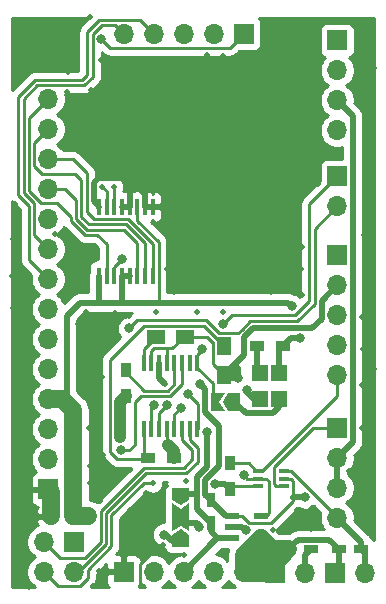
<source format=gtl>
G04 #@! TF.GenerationSoftware,KiCad,Pcbnew,(5.1.6-0-10_14)*
G04 #@! TF.CreationDate,2021-04-27T13:26:49+09:00*
G04 #@! TF.ProjectId,qPCR-photosensing,71504352-2d70-4686-9f74-6f73656e7369,rev?*
G04 #@! TF.SameCoordinates,Original*
G04 #@! TF.FileFunction,Copper,L1,Top*
G04 #@! TF.FilePolarity,Positive*
%FSLAX46Y46*%
G04 Gerber Fmt 4.6, Leading zero omitted, Abs format (unit mm)*
G04 Created by KiCad (PCBNEW (5.1.6-0-10_14)) date 2021-04-27 13:26:49*
%MOMM*%
%LPD*%
G01*
G04 APERTURE LIST*
G04 #@! TA.AperFunction,SMDPad,CuDef*
%ADD10R,0.355600X1.473200*%
G04 #@! TD*
G04 #@! TA.AperFunction,SMDPad,CuDef*
%ADD11R,1.500000X1.250000*%
G04 #@! TD*
G04 #@! TA.AperFunction,SMDPad,CuDef*
%ADD12R,1.200000X0.750000*%
G04 #@! TD*
G04 #@! TA.AperFunction,SMDPad,CuDef*
%ADD13R,0.750000X1.200000*%
G04 #@! TD*
G04 #@! TA.AperFunction,SMDPad,CuDef*
%ADD14R,0.900000X1.200000*%
G04 #@! TD*
G04 #@! TA.AperFunction,SMDPad,CuDef*
%ADD15R,1.200000X0.900000*%
G04 #@! TD*
G04 #@! TA.AperFunction,ComponentPad*
%ADD16O,1.700000X1.700000*%
G04 #@! TD*
G04 #@! TA.AperFunction,ComponentPad*
%ADD17R,1.700000X1.700000*%
G04 #@! TD*
G04 #@! TA.AperFunction,SMDPad,CuDef*
%ADD18R,1.250000X1.500000*%
G04 #@! TD*
G04 #@! TA.AperFunction,SMDPad,CuDef*
%ADD19R,1.270000X0.508000*%
G04 #@! TD*
G04 #@! TA.AperFunction,SMDPad,CuDef*
%ADD20R,0.850001X0.399999*%
G04 #@! TD*
G04 #@! TA.AperFunction,SMDPad,CuDef*
%ADD21R,1.400000X1.400000*%
G04 #@! TD*
G04 #@! TA.AperFunction,SMDPad,CuDef*
%ADD22C,0.100000*%
G04 #@! TD*
G04 #@! TA.AperFunction,Conductor*
%ADD23C,0.100000*%
G04 #@! TD*
G04 #@! TA.AperFunction,ViaPad*
%ADD24C,0.508000*%
G04 #@! TD*
G04 #@! TA.AperFunction,ViaPad*
%ADD25C,0.800000*%
G04 #@! TD*
G04 #@! TA.AperFunction,Conductor*
%ADD26C,1.524000*%
G04 #@! TD*
G04 #@! TA.AperFunction,Conductor*
%ADD27C,0.508000*%
G04 #@! TD*
G04 #@! TA.AperFunction,Conductor*
%ADD28C,0.250000*%
G04 #@! TD*
G04 #@! TA.AperFunction,Conductor*
%ADD29C,1.016000*%
G04 #@! TD*
G04 #@! TA.AperFunction,Conductor*
%ADD30C,0.254000*%
G04 #@! TD*
G04 APERTURE END LIST*
D10*
X95574999Y-84921000D03*
X94924998Y-84921000D03*
X94274999Y-84921000D03*
X93624998Y-84921000D03*
X92974999Y-84921000D03*
X92325001Y-84921000D03*
X91674999Y-84921000D03*
X91025001Y-84921000D03*
X91025001Y-79079000D03*
X91675002Y-79079000D03*
X92325001Y-79079000D03*
X92975002Y-79079000D03*
X93625001Y-79079000D03*
X94274999Y-79079000D03*
X94925001Y-79079000D03*
X95574999Y-79079000D03*
D11*
X98350000Y-90100000D03*
X95850000Y-90100000D03*
D12*
X113250000Y-108100000D03*
X111350000Y-108100000D03*
X86950000Y-105300000D03*
X88850000Y-105300000D03*
X108950000Y-108100000D03*
X107050000Y-108100000D03*
D13*
X100500000Y-103950000D03*
X100500000Y-105850000D03*
D14*
X93300000Y-95100000D03*
X93300000Y-92900000D03*
D15*
X95200000Y-100400000D03*
X97400000Y-100400000D03*
X106600000Y-90900000D03*
X104400000Y-90900000D03*
D10*
X99374999Y-97919400D03*
X98724998Y-97919400D03*
X98074999Y-97919400D03*
X97424998Y-97919400D03*
X96774999Y-97919400D03*
X96125001Y-97919400D03*
X95474999Y-97919400D03*
X94825001Y-97919400D03*
X94825001Y-92280600D03*
X95475002Y-92280600D03*
X96125001Y-92280600D03*
X96775002Y-92280600D03*
X97425001Y-92280600D03*
X98074999Y-92280600D03*
X98725001Y-92280600D03*
X99374999Y-92280600D03*
D16*
X86730000Y-69980000D03*
X86730000Y-72520000D03*
X86730000Y-75060000D03*
X86730000Y-77600000D03*
X86730000Y-80140000D03*
X86730000Y-82680000D03*
X86730000Y-85220000D03*
X86730000Y-87760000D03*
X86730000Y-90300000D03*
X86730000Y-92840000D03*
X86730000Y-95380000D03*
X86730000Y-97920000D03*
X86730000Y-100460000D03*
D17*
X86730000Y-103000000D03*
X110980000Y-110130000D03*
D16*
X113520000Y-110130000D03*
X86360000Y-110000000D03*
X86360000Y-107460000D03*
X88900000Y-110000000D03*
D17*
X88900000Y-107460000D03*
D18*
X101600000Y-93350000D03*
X101600000Y-90850000D03*
D16*
X111200000Y-93360000D03*
X111200000Y-90820000D03*
X111200000Y-88280000D03*
X111200000Y-85740000D03*
D17*
X111200000Y-83200000D03*
D16*
X111200000Y-79040000D03*
D17*
X111200000Y-76500000D03*
D16*
X111200000Y-105420000D03*
X111200000Y-102880000D03*
X111200000Y-100340000D03*
D17*
X111200000Y-97800000D03*
D16*
X103298000Y-110000000D03*
X100758000Y-110000000D03*
X98218000Y-110000000D03*
X95678000Y-110000000D03*
D17*
X93138000Y-110000000D03*
X103298000Y-64440000D03*
D16*
X100758000Y-64440000D03*
X98218000Y-64440000D03*
X95678000Y-64440000D03*
X93138000Y-64440000D03*
D17*
X105900000Y-110130000D03*
D16*
X108440000Y-110130000D03*
D19*
X104719200Y-105249999D03*
X104719200Y-107150001D03*
X102280800Y-107150001D03*
X102280800Y-106200000D03*
X102280800Y-105249999D03*
D20*
X104475001Y-101449999D03*
X104475001Y-102100000D03*
X104475001Y-102749999D03*
X106725002Y-102749999D03*
X106725002Y-102100000D03*
X106725002Y-101449999D03*
D21*
X104700000Y-93200000D03*
X104700000Y-95400000D03*
X106300000Y-95400000D03*
X106300000Y-93200000D03*
G04 #@! TA.AperFunction,SMDPad,CuDef*
D22*
G36*
X100550000Y-94850000D02*
G01*
X101700000Y-94850000D01*
X101200000Y-95600000D01*
X101700000Y-96350000D01*
X100550000Y-96350000D01*
X100550000Y-94850000D01*
G37*
G04 #@! TD.AperFunction*
G04 #@! TA.AperFunction,SMDPad,CuDef*
G36*
X101500000Y-95600000D02*
G01*
X102000000Y-94850000D01*
X103000000Y-94850000D01*
X103000000Y-96350000D01*
X102000000Y-96350000D01*
X101500000Y-95600000D01*
G37*
G04 #@! TD.AperFunction*
D14*
X102100000Y-103000000D03*
X102100000Y-100800000D03*
D16*
X111200000Y-72620000D03*
X111200000Y-70080000D03*
X111200000Y-67540000D03*
D17*
X111200000Y-65000000D03*
G04 #@! TA.AperFunction,SMDPad,CuDef*
D22*
G36*
X97950000Y-106380000D02*
G01*
X98700000Y-106880000D01*
X98700000Y-107880000D01*
X97200000Y-107880000D01*
X97200000Y-106880000D01*
X97950000Y-106380000D01*
G37*
G04 #@! TD.AperFunction*
G04 #@! TA.AperFunction,Conductor*
D23*
G36*
X97950000Y-104680000D02*
G01*
X98700000Y-104180000D01*
X98700000Y-106580000D01*
X97950000Y-106080000D01*
X97200000Y-106580000D01*
X97200000Y-104180000D01*
X97950000Y-104680000D01*
G37*
G04 #@! TD.AperFunction*
G04 #@! TA.AperFunction,SMDPad,CuDef*
D22*
G36*
X97950000Y-104380000D02*
G01*
X97200000Y-103880000D01*
X97200000Y-102880000D01*
X98700000Y-102880000D01*
X98700000Y-103880000D01*
X97950000Y-104380000D01*
G37*
G04 #@! TD.AperFunction*
D24*
X90270000Y-63020000D03*
X88890000Y-64370000D03*
X83880000Y-63360000D03*
X86900000Y-63390000D03*
X84000000Y-66340000D03*
X86360000Y-66340000D03*
X85650000Y-64980000D03*
X83950000Y-78880000D03*
X85220000Y-92310000D03*
X83850000Y-90460000D03*
X83690000Y-84990000D03*
X83800000Y-81840000D03*
X83780000Y-87680000D03*
X83920000Y-94390000D03*
X85650000Y-94160000D03*
X85580000Y-96580000D03*
X85530000Y-99120000D03*
X85440000Y-101500000D03*
X85270000Y-104610000D03*
X85440000Y-106080000D03*
X85270000Y-108680000D03*
X85100000Y-111250000D03*
X84050000Y-110050000D03*
X83990000Y-107240000D03*
X84020000Y-103550000D03*
X83990000Y-100730000D03*
X84050000Y-97860000D03*
X90570000Y-111180000D03*
X91070000Y-109930000D03*
X94560000Y-111180000D03*
X96920000Y-111020000D03*
X99490000Y-111060000D03*
X102030000Y-111010000D03*
X94463800Y-77536200D03*
D25*
X103555550Y-94623360D03*
D24*
X88400000Y-67700000D03*
X89200000Y-66900000D03*
X87800000Y-74000000D03*
X87800000Y-71300000D03*
X88300000Y-69400000D03*
X91200000Y-66700000D03*
X90400000Y-69200000D03*
X89200000Y-70500000D03*
X89100000Y-72500000D03*
X89600000Y-74500000D03*
X91600000Y-76000000D03*
X91100000Y-73800000D03*
X91100000Y-71700000D03*
X92400000Y-68200000D03*
X92200000Y-70300000D03*
X92600000Y-72600000D03*
X92900000Y-74500000D03*
X94700000Y-73000000D03*
X94500000Y-70900000D03*
X94200000Y-69000000D03*
X93900000Y-67000000D03*
X96100000Y-66800000D03*
X96500000Y-68400000D03*
X96600000Y-70300000D03*
X98800000Y-69000000D03*
X98800000Y-67400000D03*
X100200000Y-66200000D03*
X101500000Y-66300000D03*
X104900000Y-65200000D03*
X105100000Y-63300000D03*
X106800000Y-64500000D03*
X109000000Y-63400000D03*
X109200000Y-65400000D03*
X112600000Y-63500000D03*
X113200000Y-66200000D03*
X112900000Y-68800000D03*
X113600000Y-70600000D03*
X114300000Y-67300000D03*
X114100000Y-64900000D03*
X114000000Y-72700000D03*
X114100000Y-75500000D03*
X113600000Y-77000000D03*
X114100000Y-79900000D03*
X113500000Y-81500000D03*
X114000000Y-83300000D03*
X113700000Y-85200000D03*
X114200000Y-87000000D03*
X113300000Y-88400000D03*
X114200000Y-89700000D03*
X113400000Y-91100000D03*
X114300000Y-92800000D03*
X113300000Y-94200000D03*
X114100000Y-96000000D03*
X113300000Y-97800000D03*
X114100000Y-99800000D03*
X112200000Y-101500000D03*
X113800000Y-103000000D03*
X113500000Y-104500000D03*
X114000000Y-106400000D03*
X109000000Y-106400000D03*
X107200000Y-106500000D03*
X105800000Y-106500000D03*
X107800000Y-104800000D03*
X108100000Y-105700000D03*
X109100000Y-104600000D03*
X101800000Y-108500000D03*
X98200000Y-108600000D03*
X96500000Y-107700000D03*
X95100000Y-106400000D03*
X93700000Y-104800000D03*
X95000000Y-103300000D03*
X95900000Y-104700000D03*
X96700000Y-102700000D03*
X98400000Y-102300000D03*
X91100000Y-104000000D03*
X90300000Y-102500000D03*
X90300000Y-101000000D03*
X91400000Y-100100000D03*
X92100000Y-101300000D03*
X93700000Y-101400000D03*
X91900000Y-102500000D03*
X90200000Y-97800000D03*
X91100000Y-96600000D03*
X89400000Y-94800000D03*
X91300000Y-93500000D03*
X89400000Y-93000000D03*
X91200000Y-90900000D03*
X89300000Y-89000000D03*
X89900000Y-88000000D03*
X90100000Y-90900000D03*
X92400000Y-88100000D03*
X93600000Y-88300000D03*
X95900000Y-88000000D03*
X99300000Y-88000000D03*
X101500000Y-88000000D03*
X88100000Y-87100000D03*
X90000000Y-86100000D03*
X87900000Y-84100000D03*
X90000000Y-83300000D03*
X88500000Y-85600000D03*
X87300000Y-81400000D03*
X88600000Y-82000000D03*
X94100000Y-76300000D03*
X95900000Y-74600000D03*
X98200000Y-72300000D03*
X100300000Y-70100000D03*
X103100000Y-67400000D03*
X109500000Y-67500000D03*
X106300000Y-67500000D03*
X102800000Y-69600000D03*
X104100000Y-72200000D03*
X100400000Y-74200000D03*
X101800000Y-72200000D03*
X98100000Y-75600000D03*
X96300000Y-77200000D03*
X99500000Y-78100000D03*
X97100000Y-79600000D03*
X103900000Y-74200000D03*
X101500000Y-76400000D03*
X105900000Y-70000000D03*
X108300000Y-69400000D03*
X108700000Y-71800000D03*
X106700000Y-73500000D03*
X110100000Y-71400000D03*
X111000000Y-74500000D03*
X109600000Y-77200000D03*
X108600000Y-75200000D03*
X105900000Y-76400000D03*
X103500000Y-77900000D03*
X100200000Y-79900000D03*
X97800000Y-81800000D03*
X96800000Y-84400000D03*
X97400000Y-86300000D03*
X100100000Y-84600000D03*
X101800000Y-86200000D03*
X103900000Y-84400000D03*
X105600000Y-86300000D03*
X108100000Y-84400000D03*
X108200000Y-86600000D03*
X108200000Y-82500000D03*
X105000000Y-82600000D03*
X101400000Y-82700000D03*
X103200000Y-80700000D03*
X105900000Y-79500000D03*
X107800000Y-78100000D03*
X107400000Y-80900000D03*
X90100000Y-105300000D03*
D25*
X108036130Y-90236130D03*
X107374857Y-87499837D03*
D24*
X96623762Y-94100000D03*
D25*
X99600000Y-94100000D03*
X108500000Y-103700000D03*
X98000000Y-96100000D03*
X91230000Y-64890000D03*
X93000000Y-83500000D03*
D24*
X95600000Y-102500000D03*
D25*
X92900000Y-99700000D03*
X100152801Y-98192000D03*
X102800000Y-93600000D03*
X100900000Y-102600000D03*
X96519855Y-106846229D03*
X103300000Y-101800000D03*
X96900000Y-99300000D03*
X92800000Y-98600000D03*
X93582346Y-89382346D03*
X98605439Y-94954000D03*
X101505858Y-89049999D03*
X99800000Y-91100000D03*
D24*
X92300000Y-77400000D03*
D25*
X96800000Y-95900000D03*
D24*
X91300000Y-77400000D03*
D25*
X95700000Y-95900000D03*
X103451166Y-106491876D03*
X99480000Y-106210000D03*
D26*
X86950000Y-103220000D02*
X86730000Y-103000000D01*
X86950000Y-105300000D02*
X86950000Y-103220000D01*
D27*
X93619600Y-76691999D02*
X94213800Y-77286200D01*
X94213800Y-77286200D02*
X94463800Y-77536200D01*
X93625001Y-79079000D02*
X93625001Y-77834400D01*
X94463800Y-77536200D02*
X94925001Y-77997400D01*
X93625001Y-77834400D02*
X93923201Y-77536200D01*
X93923201Y-77536200D02*
X94463800Y-77536200D01*
X91025001Y-79079000D02*
X91025001Y-79074999D01*
X91025001Y-79074999D02*
X90591999Y-78641997D01*
X90591999Y-78641997D02*
X90591999Y-77060159D01*
X90960159Y-76691999D02*
X93619600Y-76691999D01*
X90591999Y-77060159D02*
X90960159Y-76691999D01*
X94925001Y-77997400D02*
X94925001Y-79079000D01*
X94925001Y-79079000D02*
X95574999Y-79079000D01*
X92975002Y-79079000D02*
X93625001Y-79079000D01*
X104200000Y-95400000D02*
X103500000Y-94700000D01*
X104700000Y-95400000D02*
X104200000Y-95400000D01*
D28*
X94502999Y-111122999D02*
X94560000Y-111180000D01*
X94502999Y-109337791D02*
X94502999Y-111122999D01*
X96140790Y-107700000D02*
X94502999Y-109337791D01*
X96500000Y-107700000D02*
X96140790Y-107700000D01*
X95850000Y-90100000D02*
X95475002Y-90474998D01*
X94825001Y-91124999D02*
X94825001Y-92280600D01*
X95850000Y-90100000D02*
X94825001Y-91124999D01*
X94825001Y-100025001D02*
X95200000Y-100400000D01*
X94825001Y-97919400D02*
X94825001Y-100025001D01*
X94974999Y-100625001D02*
X95200000Y-100400000D01*
X95174999Y-100425001D02*
X95200000Y-100400000D01*
X92551999Y-100425001D02*
X95174999Y-100425001D01*
X91966990Y-92023008D02*
X91966990Y-99839992D01*
X99899999Y-89149999D02*
X94839999Y-89149999D01*
X91966990Y-99839992D02*
X92551999Y-100425001D01*
X94839999Y-89149999D02*
X91966990Y-92023008D01*
X101600000Y-90850000D02*
X99899999Y-89149999D01*
D27*
X111350000Y-109760000D02*
X110980000Y-110130000D01*
X111350000Y-108100000D02*
X111350000Y-109760000D01*
X105050001Y-107150001D02*
X104719200Y-107150001D01*
X105770000Y-110000000D02*
X105900000Y-110130000D01*
X107879001Y-107270999D02*
X107050000Y-108100000D01*
X110520999Y-107270999D02*
X107879001Y-107270999D01*
X111350000Y-108100000D02*
X110520999Y-107270999D01*
X111200000Y-102880000D02*
X111200000Y-100340000D01*
D26*
X103298000Y-108571201D02*
X104719200Y-107150001D01*
X103298000Y-110000000D02*
X103298000Y-108571201D01*
X103428000Y-110130000D02*
X103298000Y-110000000D01*
X105900000Y-110130000D02*
X103428000Y-110130000D01*
X105669199Y-108100000D02*
X104719200Y-107150001D01*
X107050000Y-108100000D02*
X105669199Y-108100000D01*
X105900000Y-109250000D02*
X107050000Y-108100000D01*
X105900000Y-110130000D02*
X105900000Y-109250000D01*
X105900000Y-110130000D02*
X105730000Y-110130000D01*
X105730000Y-110130000D02*
X104600000Y-109000000D01*
D27*
X112504001Y-99035999D02*
X111200000Y-100340000D01*
X112504001Y-71384001D02*
X112504001Y-99035999D01*
X111200000Y-70080000D02*
X112504001Y-71384001D01*
D26*
X88850000Y-96297919D02*
X88850000Y-105300000D01*
X87932081Y-95380000D02*
X88850000Y-96297919D01*
X86730000Y-95380000D02*
X87932081Y-95380000D01*
X88850000Y-105300000D02*
X90100000Y-105300000D01*
D27*
X93624998Y-84921000D02*
X93033011Y-84921000D01*
X106300000Y-91200000D02*
X106600000Y-90900000D01*
X106300000Y-93200000D02*
X106300000Y-91200000D01*
X92974999Y-87174999D02*
X93000000Y-87200000D01*
X92974999Y-84921000D02*
X92974999Y-87174999D01*
X88300000Y-88300000D02*
X88300000Y-95012081D01*
X88300000Y-95012081D02*
X87932081Y-95380000D01*
X89400000Y-87200000D02*
X88300000Y-88300000D01*
X91025001Y-87025001D02*
X91200000Y-87200000D01*
X91025001Y-84921000D02*
X91025001Y-87025001D01*
X91200000Y-87200000D02*
X89400000Y-87200000D01*
X93000000Y-87200000D02*
X91200000Y-87200000D01*
X93000000Y-87200000D02*
X95700000Y-87200000D01*
X107263870Y-90236130D02*
X106600000Y-90900000D01*
X108036130Y-90236130D02*
X107263870Y-90236130D01*
X107075020Y-87200000D02*
X107374857Y-87499837D01*
D28*
X96077800Y-87122200D02*
X96000000Y-87200000D01*
X94274999Y-79079000D02*
X94274999Y-80274999D01*
X96077800Y-82077800D02*
X96077800Y-87122200D01*
X94274999Y-80274999D02*
X96077800Y-82077800D01*
D27*
X96000000Y-87200000D02*
X107075020Y-87200000D01*
X95700000Y-87200000D02*
X96000000Y-87200000D01*
X96125001Y-93601239D02*
X96125001Y-92280600D01*
X96623762Y-94100000D02*
X96125001Y-93601239D01*
D28*
X103165800Y-105249999D02*
X102280800Y-105249999D01*
X105614201Y-105829000D02*
X103744801Y-105829000D01*
X107475004Y-103968197D02*
X105614201Y-105829000D01*
X107285005Y-102100000D02*
X107475004Y-102289999D01*
X103744801Y-105829000D02*
X103165800Y-105249999D01*
X106725002Y-102100000D02*
X107285005Y-102100000D01*
D27*
X100500000Y-103950000D02*
X100500000Y-104000000D01*
X101749999Y-105249999D02*
X102280800Y-105249999D01*
X100500000Y-104000000D02*
X101749999Y-105249999D01*
X107500000Y-103700000D02*
X107475004Y-103724996D01*
X108500000Y-103700000D02*
X107500000Y-103700000D01*
D28*
X107475004Y-103724996D02*
X107475004Y-103968197D01*
X107475004Y-102289999D02*
X107475004Y-103724996D01*
D27*
X100006800Y-102229278D02*
X100006800Y-103456800D01*
X99600000Y-94100000D02*
X100006800Y-94506800D01*
X101195999Y-101040079D02*
X100006800Y-102229278D01*
X101195999Y-97638067D02*
X101195999Y-101040079D01*
X100006800Y-96448868D02*
X101195999Y-97638067D01*
X100006800Y-103456800D02*
X100500000Y-103950000D01*
X100006800Y-94506800D02*
X100006800Y-96448868D01*
D28*
X85104990Y-77713992D02*
X85104990Y-71605010D01*
X86165999Y-78775001D02*
X85104990Y-77713992D01*
X85104990Y-71605010D02*
X86730000Y-69980000D01*
X87075001Y-78775001D02*
X86165999Y-78775001D01*
X87104003Y-78775001D02*
X87075001Y-78775001D01*
X89817811Y-81490629D02*
X90900000Y-81490630D01*
X91674999Y-82265629D02*
X91674999Y-84921000D01*
X88649971Y-80322791D02*
X89817811Y-81490629D01*
X87475001Y-78775001D02*
X88649970Y-79949970D01*
X88649970Y-79949970D02*
X88649971Y-80322791D01*
X90900000Y-81490630D02*
X91674999Y-82265629D01*
X87075001Y-78775001D02*
X87475001Y-78775001D01*
X86180000Y-76280000D02*
X85554999Y-75654999D01*
X88980000Y-76280000D02*
X86180000Y-76280000D01*
X89549990Y-76849990D02*
X88980000Y-76280000D01*
X85554999Y-75654999D02*
X85554999Y-73695001D01*
X90190611Y-80590611D02*
X89549990Y-79949990D01*
X94924998Y-84321000D02*
X94924998Y-82197818D01*
X93317791Y-80590611D02*
X90190611Y-80590611D01*
X85554999Y-73695001D02*
X86730000Y-72520000D01*
X89549990Y-79949990D02*
X89549990Y-76849990D01*
X94924998Y-82197818D02*
X93317791Y-80590611D01*
X86730000Y-75060000D02*
X86830620Y-74959380D01*
X86940030Y-74849970D02*
X86730000Y-75060000D01*
X88860000Y-75060000D02*
X86730000Y-75060000D01*
X90000000Y-76200000D02*
X88860000Y-75060000D01*
X93504191Y-80140601D02*
X90587200Y-80140601D01*
X90000000Y-79553401D02*
X90000000Y-76200000D01*
X90587200Y-80140601D02*
X90000000Y-79553401D01*
X95574999Y-82211409D02*
X93504191Y-80140601D01*
X95574999Y-84321000D02*
X95574999Y-82211409D01*
X86730000Y-77764588D02*
X86730000Y-77600000D01*
X86730000Y-77470000D02*
X86730000Y-77600000D01*
X88200000Y-77600000D02*
X86730000Y-77600000D01*
X89099980Y-78499980D02*
X88200000Y-77600000D01*
X89099980Y-80136390D02*
X89099980Y-78499980D01*
X90004210Y-81040620D02*
X89099980Y-80136390D01*
X93131391Y-81040621D02*
X90004210Y-81040620D01*
X94274999Y-82184229D02*
X93131391Y-81040621D01*
X94274999Y-84321000D02*
X94274999Y-82184229D01*
X97424998Y-96675002D02*
X97424998Y-97919400D01*
X98000000Y-96100000D02*
X97424998Y-96675002D01*
X84654981Y-77900393D02*
X85554999Y-78800411D01*
X84654980Y-69943218D02*
X84654981Y-77900393D01*
X90504999Y-68095001D02*
X89800000Y-68800000D01*
X85554999Y-81504999D02*
X86730000Y-82680000D01*
X85554999Y-78800411D02*
X85554999Y-81504999D01*
X89800000Y-68800000D02*
X85798198Y-68800000D01*
X93138000Y-64440000D02*
X92413009Y-63715009D01*
X90504999Y-64485001D02*
X90504999Y-68095001D01*
X85798198Y-68800000D02*
X84654980Y-69943218D01*
X91274991Y-63715009D02*
X90504999Y-64485001D01*
X92413009Y-63715009D02*
X91274991Y-63715009D01*
X85104989Y-78986811D02*
X85104989Y-83594989D01*
X84204972Y-78086792D02*
X85104989Y-78986811D01*
X84204971Y-69756817D02*
X84204972Y-78086792D01*
X89613600Y-68349990D02*
X85611797Y-68349991D01*
X85611797Y-68349991D02*
X84204971Y-69756817D01*
X90054989Y-64298601D02*
X90054989Y-67908601D01*
X85104989Y-83594989D02*
X86730000Y-85220000D01*
X90054989Y-67908601D02*
X89613600Y-68349990D01*
X95678000Y-64440000D02*
X94502999Y-63264999D01*
X91069589Y-63264999D02*
X91069589Y-63284001D01*
X91069589Y-63284001D02*
X90054989Y-64298601D01*
X94502999Y-63264999D02*
X91069589Y-63264999D01*
X91955001Y-65615001D02*
X102122999Y-65615001D01*
X91230000Y-64890000D02*
X91955001Y-65615001D01*
X102122999Y-65615001D02*
X103298000Y-64440000D01*
X92325001Y-84174999D02*
X93000000Y-83500000D01*
X92325001Y-84921000D02*
X92325001Y-84174999D01*
X102100000Y-100800000D02*
X103700000Y-100800000D01*
X104349999Y-101449999D02*
X104475001Y-101449999D01*
X103700000Y-100800000D02*
X104349999Y-101449999D01*
X104878591Y-101449999D02*
X104475001Y-101449999D01*
X111200000Y-95128590D02*
X104878591Y-101449999D01*
X111200000Y-93360000D02*
X111200000Y-95128590D01*
X98019400Y-92280600D02*
X98074999Y-92280600D01*
X98100000Y-92305601D02*
X98074999Y-92280600D01*
X98074999Y-94104015D02*
X97049996Y-95129018D01*
X94075001Y-95624999D02*
X94075001Y-99224999D01*
X94570982Y-95129018D02*
X94075001Y-95624999D01*
X97049996Y-95129018D02*
X94570982Y-95129018D01*
X98074999Y-92280600D02*
X98074999Y-94104015D01*
X93600000Y-99700000D02*
X92900000Y-99700000D01*
X94075001Y-99224999D02*
X93600000Y-99700000D01*
X92087029Y-105222547D02*
X94809576Y-102500000D01*
X92087029Y-107830791D02*
X92087029Y-105222547D01*
X90075001Y-109842821D02*
X92087029Y-107830791D01*
X87535001Y-111175001D02*
X89464001Y-111175001D01*
X90075001Y-110564001D02*
X90075001Y-109842821D01*
X89464001Y-111175001D02*
X90075001Y-110564001D01*
X94809576Y-102500000D02*
X95600000Y-102500000D01*
X86360000Y-110000000D02*
X87535001Y-111175001D01*
X98950010Y-99678598D02*
X98074999Y-98803587D01*
X94861755Y-101175001D02*
X98260001Y-101175001D01*
X91187010Y-104849746D02*
X94861755Y-101175001D01*
X91187010Y-107457992D02*
X91187010Y-104849746D01*
X98950010Y-100484992D02*
X98950010Y-99678598D01*
X89820003Y-108824999D02*
X91187010Y-107457992D01*
X87724999Y-108824999D02*
X89820003Y-108824999D01*
X98074999Y-98803587D02*
X98074999Y-97919400D01*
X98260001Y-101175001D02*
X98950010Y-100484992D01*
X86360000Y-107460000D02*
X87724999Y-108824999D01*
X98724998Y-98817176D02*
X98724998Y-97919400D01*
X99400020Y-99492198D02*
X98724998Y-98817176D01*
X99400020Y-100671392D02*
X99400020Y-99492198D01*
X95048155Y-101625011D02*
X98446402Y-101625010D01*
X91637020Y-105036146D02*
X95048155Y-101625011D01*
X98446402Y-101625010D02*
X99400020Y-100671392D01*
X91637020Y-107644392D02*
X91637020Y-105036146D01*
X89281412Y-110000000D02*
X91637020Y-107644392D01*
X88900000Y-110000000D02*
X89281412Y-110000000D01*
X93300000Y-93100000D02*
X93300000Y-92900000D01*
X94879008Y-94679008D02*
X93300000Y-93100000D01*
X96863596Y-94679008D02*
X94879008Y-94679008D01*
X97425001Y-94117603D02*
X96863596Y-94679008D01*
X97425001Y-92280600D02*
X97425001Y-94117603D01*
D27*
X104400000Y-92900000D02*
X104700000Y-93200000D01*
X104400000Y-90900000D02*
X104400000Y-92900000D01*
X101067999Y-107150001D02*
X102280800Y-107150001D01*
X98218000Y-110000000D02*
X101067999Y-107150001D01*
X100500000Y-106582002D02*
X101067999Y-107150001D01*
X100500000Y-105850000D02*
X100500000Y-106582002D01*
D28*
X95475002Y-91294000D02*
X95719001Y-91050001D01*
X95475002Y-92280600D02*
X95475002Y-91294000D01*
X98200000Y-90100000D02*
X98350000Y-90100000D01*
X97249999Y-91050001D02*
X98200000Y-90100000D01*
X96775002Y-91075004D02*
X96749999Y-91050001D01*
X96775002Y-92280600D02*
X96775002Y-91075004D01*
X96749999Y-91050001D02*
X97249999Y-91050001D01*
X95719001Y-91050001D02*
X96749999Y-91050001D01*
X100649999Y-92399999D02*
X101600000Y-93350000D01*
X100649999Y-90536409D02*
X100649999Y-92399999D01*
X100613590Y-90500000D02*
X100649999Y-90536409D01*
X98350000Y-90100000D02*
X100200000Y-90100000D01*
X100600000Y-90500000D02*
X100613590Y-90500000D01*
X100200000Y-90100000D02*
X100600000Y-90500000D01*
D27*
X103345999Y-90086799D02*
X104050669Y-89382129D01*
X103345999Y-91604001D02*
X103345999Y-90086799D01*
X104050669Y-89382129D02*
X109082129Y-89382129D01*
X109895999Y-87044001D02*
X111200000Y-85740000D01*
X109895999Y-88568259D02*
X109895999Y-87044001D01*
X109082129Y-89382129D02*
X109895999Y-88568259D01*
X100152801Y-101082000D02*
X100152801Y-98192000D01*
X99298790Y-101936011D02*
X100152801Y-101082000D01*
X100500000Y-105850000D02*
X99298790Y-104648790D01*
X102125000Y-92925000D02*
X102025000Y-92925000D01*
X102025000Y-92925000D02*
X103345999Y-91604001D01*
X101600000Y-93350000D02*
X102025000Y-92925000D01*
X101600000Y-93350000D02*
X101850000Y-93350000D01*
X102100000Y-93600000D02*
X102800000Y-93600000D01*
X101850000Y-93350000D02*
X102100000Y-93600000D01*
X102800000Y-93600000D02*
X102800000Y-92700000D01*
X102450000Y-93050000D02*
X102250000Y-93050000D01*
X102800000Y-92700000D02*
X102450000Y-93050000D01*
X102250000Y-93050000D02*
X102125000Y-92925000D01*
X99170000Y-103380000D02*
X99298790Y-103508790D01*
X97950000Y-103380000D02*
X99170000Y-103380000D01*
X99298790Y-103508790D02*
X99298790Y-101936011D01*
X99298790Y-104648790D02*
X99298790Y-103508790D01*
X113520000Y-108370000D02*
X113250000Y-108100000D01*
X113520000Y-110130000D02*
X113520000Y-108370000D01*
X113250000Y-107470000D02*
X111200000Y-105420000D01*
X113250000Y-108100000D02*
X113250000Y-107470000D01*
D28*
X111200000Y-105364996D02*
X111200000Y-105420000D01*
X107285003Y-101449999D02*
X111200000Y-105364996D01*
X106725002Y-101449999D02*
X107285003Y-101449999D01*
D27*
X108440000Y-108610000D02*
X108950000Y-108100000D01*
X108440000Y-110130000D02*
X108440000Y-108610000D01*
D28*
X109165000Y-97800000D02*
X111200000Y-97800000D01*
X105850010Y-101114990D02*
X109165000Y-97800000D01*
X105850010Y-102550007D02*
X105850010Y-101114990D01*
X106050002Y-102749999D02*
X105850010Y-102550007D01*
X106725002Y-102749999D02*
X106050002Y-102749999D01*
D27*
X101700000Y-102600000D02*
X102100000Y-103000000D01*
X100900000Y-102600000D02*
X101700000Y-102600000D01*
D28*
X102350001Y-102749999D02*
X102100000Y-103000000D01*
X104475001Y-102749999D02*
X102350001Y-102749999D01*
D27*
X97227842Y-107380000D02*
X97950000Y-107380000D01*
X96694071Y-106846229D02*
X97227842Y-107380000D01*
X96519855Y-106846229D02*
X96694071Y-106846229D01*
D28*
X105150001Y-102100000D02*
X105400000Y-102349999D01*
X104475001Y-102100000D02*
X105150001Y-102100000D01*
X105400000Y-102349999D02*
X105400000Y-105000000D01*
X105150001Y-105249999D02*
X104719200Y-105249999D01*
X105400000Y-105000000D02*
X105150001Y-105249999D01*
X103600000Y-102100000D02*
X103300000Y-101800000D01*
X104475001Y-102100000D02*
X103600000Y-102100000D01*
D29*
X97400000Y-99800000D02*
X97400000Y-100341991D01*
X96900000Y-99300000D02*
X97400000Y-99800000D01*
X92800000Y-95600000D02*
X93300000Y-95100000D01*
X92800000Y-97900000D02*
X92800000Y-95600000D01*
D28*
X96774999Y-99174999D02*
X96900000Y-99300000D01*
X96774999Y-97919400D02*
X96774999Y-99174999D01*
D29*
X92800000Y-97900000D02*
X92800000Y-98591999D01*
D28*
X98605439Y-94954000D02*
X99400000Y-95748561D01*
X99400000Y-97894399D02*
X99374999Y-97919400D01*
X99400000Y-95748561D02*
X99400000Y-97894399D01*
X103106167Y-89507789D02*
X103810836Y-88803119D01*
X109300000Y-80940000D02*
X111200000Y-79040000D01*
X102838956Y-89774999D02*
X103106167Y-89507789D01*
X107796881Y-88803119D02*
X109300000Y-87300000D01*
X100086400Y-88699990D02*
X101161409Y-89774999D01*
X103810836Y-88803119D02*
X107796881Y-88803119D01*
X101161409Y-89774999D02*
X102838956Y-89774999D01*
X94264702Y-88699990D02*
X100086400Y-88699990D01*
X109300000Y-87300000D02*
X109300000Y-80940000D01*
X93582346Y-89382346D02*
X94264702Y-88699990D01*
X100649999Y-95199999D02*
X100649999Y-94049999D01*
X101050000Y-95600000D02*
X100649999Y-95199999D01*
X99374999Y-92774999D02*
X99374999Y-92280600D01*
X100649999Y-94049999D02*
X99374999Y-92774999D01*
X111200000Y-76500000D02*
X108849990Y-78850010D01*
X108849990Y-87050010D02*
X107650020Y-88249980D01*
X108849990Y-78850010D02*
X108849990Y-87050010D01*
X102305877Y-88249980D02*
X101505858Y-89049999D01*
X107650020Y-88249980D02*
X102305877Y-88249980D01*
X99800000Y-91100000D02*
X99800000Y-91200000D01*
X99374999Y-91625001D02*
X99374999Y-92280600D01*
X99800000Y-91200000D02*
X99374999Y-91625001D01*
X92300000Y-77400000D02*
X92300000Y-79053999D01*
X92300000Y-79053999D02*
X92325001Y-79079000D01*
X96125001Y-96574999D02*
X96800000Y-95900000D01*
X96125001Y-97919400D02*
X96125001Y-96574999D01*
X91300000Y-77400000D02*
X91675002Y-77775002D01*
X91675002Y-77775002D02*
X91675002Y-79079000D01*
X95474999Y-96125001D02*
X95700000Y-95900000D01*
X95474999Y-97919400D02*
X95474999Y-96125001D01*
D27*
X105763201Y-96554001D02*
X103454001Y-96554001D01*
X103454001Y-96554001D02*
X102500000Y-95600000D01*
X106300000Y-96017202D02*
X105763201Y-96554001D01*
X106300000Y-95400000D02*
X106300000Y-96017202D01*
X97950000Y-105380000D02*
X98020000Y-105380000D01*
X103159290Y-106200000D02*
X103451166Y-106491876D01*
X102280800Y-106200000D02*
X103159290Y-106200000D01*
X99480000Y-106210000D02*
X99480000Y-106060000D01*
X99480000Y-106060000D02*
X99310000Y-105890000D01*
X98460000Y-105890000D02*
X97950000Y-105380000D01*
X99310000Y-105890000D02*
X98460000Y-105890000D01*
D30*
G36*
X102144525Y-110946632D02*
G01*
X102351368Y-111153475D01*
X102593107Y-111315000D01*
X101462893Y-111315000D01*
X101704632Y-111153475D01*
X101911475Y-110946632D01*
X102028000Y-110772240D01*
X102144525Y-110946632D01*
G37*
X102144525Y-110946632D02*
X102351368Y-111153475D01*
X102593107Y-111315000D01*
X101462893Y-111315000D01*
X101704632Y-111153475D01*
X101911475Y-110946632D01*
X102028000Y-110772240D01*
X102144525Y-110946632D01*
G36*
X99604525Y-110946632D02*
G01*
X99811368Y-111153475D01*
X100053107Y-111315000D01*
X98922893Y-111315000D01*
X99164632Y-111153475D01*
X99371475Y-110946632D01*
X99488000Y-110772240D01*
X99604525Y-110946632D01*
G37*
X99604525Y-110946632D02*
X99811368Y-111153475D01*
X100053107Y-111315000D01*
X98922893Y-111315000D01*
X99164632Y-111153475D01*
X99371475Y-110946632D01*
X99488000Y-110772240D01*
X99604525Y-110946632D01*
G36*
X97064525Y-110946632D02*
G01*
X97271368Y-111153475D01*
X97513107Y-111315000D01*
X96382893Y-111315000D01*
X96624632Y-111153475D01*
X96831475Y-110946632D01*
X96948000Y-110772240D01*
X97064525Y-110946632D01*
G37*
X97064525Y-110946632D02*
X97271368Y-111153475D01*
X97513107Y-111315000D01*
X96382893Y-111315000D01*
X96624632Y-111153475D01*
X96831475Y-110946632D01*
X96948000Y-110772240D01*
X97064525Y-110946632D01*
G36*
X94731368Y-111153475D02*
G01*
X94973107Y-111315000D01*
X94422351Y-111315000D01*
X94439185Y-111301185D01*
X94518537Y-111204494D01*
X94577502Y-111094180D01*
X94599513Y-111021620D01*
X94731368Y-111153475D01*
G37*
X94731368Y-111153475D02*
X94973107Y-111315000D01*
X94422351Y-111315000D01*
X94439185Y-111301185D01*
X94518537Y-111204494D01*
X94577502Y-111094180D01*
X94599513Y-111021620D01*
X94731368Y-111153475D01*
G36*
X83693964Y-78650586D02*
G01*
X84344989Y-79301613D01*
X84344990Y-83557657D01*
X84341313Y-83594989D01*
X84355987Y-83743974D01*
X84399443Y-83887235D01*
X84470015Y-84019265D01*
X84508801Y-84066525D01*
X84564989Y-84134990D01*
X84593987Y-84158788D01*
X85288791Y-84853592D01*
X85245000Y-85073740D01*
X85245000Y-85366260D01*
X85302068Y-85653158D01*
X85414010Y-85923411D01*
X85576525Y-86166632D01*
X85783368Y-86373475D01*
X85957760Y-86490000D01*
X85783368Y-86606525D01*
X85576525Y-86813368D01*
X85414010Y-87056589D01*
X85302068Y-87326842D01*
X85245000Y-87613740D01*
X85245000Y-87906260D01*
X85302068Y-88193158D01*
X85414010Y-88463411D01*
X85576525Y-88706632D01*
X85783368Y-88913475D01*
X85957760Y-89030000D01*
X85783368Y-89146525D01*
X85576525Y-89353368D01*
X85414010Y-89596589D01*
X85302068Y-89866842D01*
X85245000Y-90153740D01*
X85245000Y-90446260D01*
X85302068Y-90733158D01*
X85414010Y-91003411D01*
X85576525Y-91246632D01*
X85783368Y-91453475D01*
X85957760Y-91570000D01*
X85783368Y-91686525D01*
X85576525Y-91893368D01*
X85414010Y-92136589D01*
X85302068Y-92406842D01*
X85245000Y-92693740D01*
X85245000Y-92986260D01*
X85302068Y-93273158D01*
X85414010Y-93543411D01*
X85576525Y-93786632D01*
X85783368Y-93993475D01*
X85957760Y-94110000D01*
X85783368Y-94226525D01*
X85576525Y-94433368D01*
X85414010Y-94676589D01*
X85302068Y-94946842D01*
X85245000Y-95233740D01*
X85245000Y-95526260D01*
X85302068Y-95813158D01*
X85414010Y-96083411D01*
X85576525Y-96326632D01*
X85783368Y-96533475D01*
X85957760Y-96650000D01*
X85783368Y-96766525D01*
X85576525Y-96973368D01*
X85414010Y-97216589D01*
X85302068Y-97486842D01*
X85245000Y-97773740D01*
X85245000Y-98066260D01*
X85302068Y-98353158D01*
X85414010Y-98623411D01*
X85576525Y-98866632D01*
X85783368Y-99073475D01*
X85957760Y-99190000D01*
X85783368Y-99306525D01*
X85576525Y-99513368D01*
X85414010Y-99756589D01*
X85302068Y-100026842D01*
X85245000Y-100313740D01*
X85245000Y-100606260D01*
X85302068Y-100893158D01*
X85414010Y-101163411D01*
X85576525Y-101406632D01*
X85708380Y-101538487D01*
X85635820Y-101560498D01*
X85525506Y-101619463D01*
X85428815Y-101698815D01*
X85349463Y-101795506D01*
X85290498Y-101905820D01*
X85254188Y-102025518D01*
X85241928Y-102150000D01*
X85245000Y-102714250D01*
X85403750Y-102873000D01*
X86603000Y-102873000D01*
X86603000Y-102853000D01*
X86857000Y-102853000D01*
X86857000Y-102873000D01*
X86877000Y-102873000D01*
X86877000Y-103127000D01*
X86857000Y-103127000D01*
X86857000Y-103147000D01*
X86603000Y-103147000D01*
X86603000Y-103127000D01*
X85403750Y-103127000D01*
X85245000Y-103285750D01*
X85241928Y-103850000D01*
X85254188Y-103974482D01*
X85290498Y-104094180D01*
X85349463Y-104204494D01*
X85428815Y-104301185D01*
X85525506Y-104380537D01*
X85635820Y-104439502D01*
X85755518Y-104475812D01*
X85880000Y-104488072D01*
X85887147Y-104488033D01*
X85819463Y-104570506D01*
X85760498Y-104680820D01*
X85724188Y-104800518D01*
X85711928Y-104925000D01*
X85715000Y-105014250D01*
X85873750Y-105173000D01*
X86823000Y-105173000D01*
X86823000Y-105153000D01*
X87077000Y-105153000D01*
X87077000Y-105173000D01*
X87097000Y-105173000D01*
X87097000Y-105427000D01*
X87077000Y-105427000D01*
X87077000Y-105447000D01*
X86823000Y-105447000D01*
X86823000Y-105427000D01*
X85873750Y-105427000D01*
X85715000Y-105585750D01*
X85711928Y-105675000D01*
X85724188Y-105799482D01*
X85760498Y-105919180D01*
X85819463Y-106029494D01*
X85848281Y-106064609D01*
X85656589Y-106144010D01*
X85413368Y-106306525D01*
X85206525Y-106513368D01*
X85044010Y-106756589D01*
X84932068Y-107026842D01*
X84875000Y-107313740D01*
X84875000Y-107606260D01*
X84932068Y-107893158D01*
X85044010Y-108163411D01*
X85206525Y-108406632D01*
X85413368Y-108613475D01*
X85587760Y-108730000D01*
X85413368Y-108846525D01*
X85206525Y-109053368D01*
X85044010Y-109296589D01*
X84932068Y-109566842D01*
X84875000Y-109853740D01*
X84875000Y-110146260D01*
X84932068Y-110433158D01*
X85044010Y-110703411D01*
X85206525Y-110946632D01*
X85413368Y-111153475D01*
X85655107Y-111315000D01*
X83685000Y-111315000D01*
X83685000Y-78643230D01*
X83693964Y-78650586D01*
G37*
X83693964Y-78650586D02*
X84344989Y-79301613D01*
X84344990Y-83557657D01*
X84341313Y-83594989D01*
X84355987Y-83743974D01*
X84399443Y-83887235D01*
X84470015Y-84019265D01*
X84508801Y-84066525D01*
X84564989Y-84134990D01*
X84593987Y-84158788D01*
X85288791Y-84853592D01*
X85245000Y-85073740D01*
X85245000Y-85366260D01*
X85302068Y-85653158D01*
X85414010Y-85923411D01*
X85576525Y-86166632D01*
X85783368Y-86373475D01*
X85957760Y-86490000D01*
X85783368Y-86606525D01*
X85576525Y-86813368D01*
X85414010Y-87056589D01*
X85302068Y-87326842D01*
X85245000Y-87613740D01*
X85245000Y-87906260D01*
X85302068Y-88193158D01*
X85414010Y-88463411D01*
X85576525Y-88706632D01*
X85783368Y-88913475D01*
X85957760Y-89030000D01*
X85783368Y-89146525D01*
X85576525Y-89353368D01*
X85414010Y-89596589D01*
X85302068Y-89866842D01*
X85245000Y-90153740D01*
X85245000Y-90446260D01*
X85302068Y-90733158D01*
X85414010Y-91003411D01*
X85576525Y-91246632D01*
X85783368Y-91453475D01*
X85957760Y-91570000D01*
X85783368Y-91686525D01*
X85576525Y-91893368D01*
X85414010Y-92136589D01*
X85302068Y-92406842D01*
X85245000Y-92693740D01*
X85245000Y-92986260D01*
X85302068Y-93273158D01*
X85414010Y-93543411D01*
X85576525Y-93786632D01*
X85783368Y-93993475D01*
X85957760Y-94110000D01*
X85783368Y-94226525D01*
X85576525Y-94433368D01*
X85414010Y-94676589D01*
X85302068Y-94946842D01*
X85245000Y-95233740D01*
X85245000Y-95526260D01*
X85302068Y-95813158D01*
X85414010Y-96083411D01*
X85576525Y-96326632D01*
X85783368Y-96533475D01*
X85957760Y-96650000D01*
X85783368Y-96766525D01*
X85576525Y-96973368D01*
X85414010Y-97216589D01*
X85302068Y-97486842D01*
X85245000Y-97773740D01*
X85245000Y-98066260D01*
X85302068Y-98353158D01*
X85414010Y-98623411D01*
X85576525Y-98866632D01*
X85783368Y-99073475D01*
X85957760Y-99190000D01*
X85783368Y-99306525D01*
X85576525Y-99513368D01*
X85414010Y-99756589D01*
X85302068Y-100026842D01*
X85245000Y-100313740D01*
X85245000Y-100606260D01*
X85302068Y-100893158D01*
X85414010Y-101163411D01*
X85576525Y-101406632D01*
X85708380Y-101538487D01*
X85635820Y-101560498D01*
X85525506Y-101619463D01*
X85428815Y-101698815D01*
X85349463Y-101795506D01*
X85290498Y-101905820D01*
X85254188Y-102025518D01*
X85241928Y-102150000D01*
X85245000Y-102714250D01*
X85403750Y-102873000D01*
X86603000Y-102873000D01*
X86603000Y-102853000D01*
X86857000Y-102853000D01*
X86857000Y-102873000D01*
X86877000Y-102873000D01*
X86877000Y-103127000D01*
X86857000Y-103127000D01*
X86857000Y-103147000D01*
X86603000Y-103147000D01*
X86603000Y-103127000D01*
X85403750Y-103127000D01*
X85245000Y-103285750D01*
X85241928Y-103850000D01*
X85254188Y-103974482D01*
X85290498Y-104094180D01*
X85349463Y-104204494D01*
X85428815Y-104301185D01*
X85525506Y-104380537D01*
X85635820Y-104439502D01*
X85755518Y-104475812D01*
X85880000Y-104488072D01*
X85887147Y-104488033D01*
X85819463Y-104570506D01*
X85760498Y-104680820D01*
X85724188Y-104800518D01*
X85711928Y-104925000D01*
X85715000Y-105014250D01*
X85873750Y-105173000D01*
X86823000Y-105173000D01*
X86823000Y-105153000D01*
X87077000Y-105153000D01*
X87077000Y-105173000D01*
X87097000Y-105173000D01*
X87097000Y-105427000D01*
X87077000Y-105427000D01*
X87077000Y-105447000D01*
X86823000Y-105447000D01*
X86823000Y-105427000D01*
X85873750Y-105427000D01*
X85715000Y-105585750D01*
X85711928Y-105675000D01*
X85724188Y-105799482D01*
X85760498Y-105919180D01*
X85819463Y-106029494D01*
X85848281Y-106064609D01*
X85656589Y-106144010D01*
X85413368Y-106306525D01*
X85206525Y-106513368D01*
X85044010Y-106756589D01*
X84932068Y-107026842D01*
X84875000Y-107313740D01*
X84875000Y-107606260D01*
X84932068Y-107893158D01*
X85044010Y-108163411D01*
X85206525Y-108406632D01*
X85413368Y-108613475D01*
X85587760Y-108730000D01*
X85413368Y-108846525D01*
X85206525Y-109053368D01*
X85044010Y-109296589D01*
X84932068Y-109566842D01*
X84875000Y-109853740D01*
X84875000Y-110146260D01*
X84932068Y-110433158D01*
X85044010Y-110703411D01*
X85206525Y-110946632D01*
X85413368Y-111153475D01*
X85655107Y-111315000D01*
X83685000Y-111315000D01*
X83685000Y-78643230D01*
X83693964Y-78650586D01*
G36*
X96748815Y-102428815D02*
G01*
X96669463Y-102525506D01*
X96610498Y-102635820D01*
X96574188Y-102755518D01*
X96561928Y-102880000D01*
X96561928Y-103880000D01*
X96574319Y-104005136D01*
X96581909Y-104030064D01*
X96574188Y-104055518D01*
X96561928Y-104180000D01*
X96561928Y-105811229D01*
X96417916Y-105811229D01*
X96217957Y-105851003D01*
X96029599Y-105929024D01*
X95860081Y-106042292D01*
X95715918Y-106186455D01*
X95602650Y-106355973D01*
X95524629Y-106544331D01*
X95484855Y-106744290D01*
X95484855Y-106948168D01*
X95524629Y-107148127D01*
X95602650Y-107336485D01*
X95715918Y-107506003D01*
X95860081Y-107650166D01*
X96029599Y-107763434D01*
X96217957Y-107841455D01*
X96417916Y-107881229D01*
X96471836Y-107881229D01*
X96568343Y-107977736D01*
X96571992Y-107982182D01*
X96574188Y-108004482D01*
X96610498Y-108124180D01*
X96669463Y-108234494D01*
X96748815Y-108331185D01*
X96845506Y-108410537D01*
X96955820Y-108469502D01*
X97075518Y-108505812D01*
X97200000Y-108518072D01*
X98056296Y-108518072D01*
X97784842Y-108572068D01*
X97514589Y-108684010D01*
X97271368Y-108846525D01*
X97064525Y-109053368D01*
X96948000Y-109227760D01*
X96831475Y-109053368D01*
X96624632Y-108846525D01*
X96381411Y-108684010D01*
X96111158Y-108572068D01*
X95824260Y-108515000D01*
X95531740Y-108515000D01*
X95244842Y-108572068D01*
X94974589Y-108684010D01*
X94731368Y-108846525D01*
X94599513Y-108978380D01*
X94577502Y-108905820D01*
X94518537Y-108795506D01*
X94439185Y-108698815D01*
X94342494Y-108619463D01*
X94232180Y-108560498D01*
X94112482Y-108524188D01*
X93988000Y-108511928D01*
X93423750Y-108515000D01*
X93265000Y-108673750D01*
X93265000Y-109873000D01*
X93285000Y-109873000D01*
X93285000Y-110127000D01*
X93265000Y-110127000D01*
X93265000Y-110147000D01*
X93011000Y-110147000D01*
X93011000Y-110127000D01*
X91811750Y-110127000D01*
X91653000Y-110285750D01*
X91649928Y-110850000D01*
X91662188Y-110974482D01*
X91698498Y-111094180D01*
X91757463Y-111204494D01*
X91836815Y-111301185D01*
X91853649Y-111315000D01*
X90398804Y-111315000D01*
X90586010Y-111127795D01*
X90615002Y-111104002D01*
X90638796Y-111075009D01*
X90638800Y-111075005D01*
X90709974Y-110988278D01*
X90709975Y-110988277D01*
X90780547Y-110856248D01*
X90824004Y-110712987D01*
X90835001Y-110601334D01*
X90835001Y-110601325D01*
X90838677Y-110564002D01*
X90835001Y-110526679D01*
X90835001Y-110157623D01*
X91650971Y-109341652D01*
X91653000Y-109714250D01*
X91811750Y-109873000D01*
X93011000Y-109873000D01*
X93011000Y-108673750D01*
X92852250Y-108515000D01*
X92479652Y-108512971D01*
X92598039Y-108394584D01*
X92627030Y-108370792D01*
X92650824Y-108341799D01*
X92650829Y-108341794D01*
X92722003Y-108255067D01*
X92756769Y-108190025D01*
X92792575Y-108123038D01*
X92836032Y-107979777D01*
X92847029Y-107868124D01*
X92847029Y-107868116D01*
X92850705Y-107830791D01*
X92847029Y-107793468D01*
X92847029Y-105537348D01*
X95124378Y-103260000D01*
X95137264Y-103260000D01*
X95178901Y-103287821D01*
X95340688Y-103354836D01*
X95512441Y-103389000D01*
X95687559Y-103389000D01*
X95859312Y-103354836D01*
X96021099Y-103287821D01*
X96166704Y-103190531D01*
X96290531Y-103066704D01*
X96387821Y-102921099D01*
X96454836Y-102759312D01*
X96489000Y-102587559D01*
X96489000Y-102412441D01*
X96483544Y-102385010D01*
X96802192Y-102385010D01*
X96748815Y-102428815D01*
G37*
X96748815Y-102428815D02*
X96669463Y-102525506D01*
X96610498Y-102635820D01*
X96574188Y-102755518D01*
X96561928Y-102880000D01*
X96561928Y-103880000D01*
X96574319Y-104005136D01*
X96581909Y-104030064D01*
X96574188Y-104055518D01*
X96561928Y-104180000D01*
X96561928Y-105811229D01*
X96417916Y-105811229D01*
X96217957Y-105851003D01*
X96029599Y-105929024D01*
X95860081Y-106042292D01*
X95715918Y-106186455D01*
X95602650Y-106355973D01*
X95524629Y-106544331D01*
X95484855Y-106744290D01*
X95484855Y-106948168D01*
X95524629Y-107148127D01*
X95602650Y-107336485D01*
X95715918Y-107506003D01*
X95860081Y-107650166D01*
X96029599Y-107763434D01*
X96217957Y-107841455D01*
X96417916Y-107881229D01*
X96471836Y-107881229D01*
X96568343Y-107977736D01*
X96571992Y-107982182D01*
X96574188Y-108004482D01*
X96610498Y-108124180D01*
X96669463Y-108234494D01*
X96748815Y-108331185D01*
X96845506Y-108410537D01*
X96955820Y-108469502D01*
X97075518Y-108505812D01*
X97200000Y-108518072D01*
X98056296Y-108518072D01*
X97784842Y-108572068D01*
X97514589Y-108684010D01*
X97271368Y-108846525D01*
X97064525Y-109053368D01*
X96948000Y-109227760D01*
X96831475Y-109053368D01*
X96624632Y-108846525D01*
X96381411Y-108684010D01*
X96111158Y-108572068D01*
X95824260Y-108515000D01*
X95531740Y-108515000D01*
X95244842Y-108572068D01*
X94974589Y-108684010D01*
X94731368Y-108846525D01*
X94599513Y-108978380D01*
X94577502Y-108905820D01*
X94518537Y-108795506D01*
X94439185Y-108698815D01*
X94342494Y-108619463D01*
X94232180Y-108560498D01*
X94112482Y-108524188D01*
X93988000Y-108511928D01*
X93423750Y-108515000D01*
X93265000Y-108673750D01*
X93265000Y-109873000D01*
X93285000Y-109873000D01*
X93285000Y-110127000D01*
X93265000Y-110127000D01*
X93265000Y-110147000D01*
X93011000Y-110147000D01*
X93011000Y-110127000D01*
X91811750Y-110127000D01*
X91653000Y-110285750D01*
X91649928Y-110850000D01*
X91662188Y-110974482D01*
X91698498Y-111094180D01*
X91757463Y-111204494D01*
X91836815Y-111301185D01*
X91853649Y-111315000D01*
X90398804Y-111315000D01*
X90586010Y-111127795D01*
X90615002Y-111104002D01*
X90638796Y-111075009D01*
X90638800Y-111075005D01*
X90709974Y-110988278D01*
X90709975Y-110988277D01*
X90780547Y-110856248D01*
X90824004Y-110712987D01*
X90835001Y-110601334D01*
X90835001Y-110601325D01*
X90838677Y-110564002D01*
X90835001Y-110526679D01*
X90835001Y-110157623D01*
X91650971Y-109341652D01*
X91653000Y-109714250D01*
X91811750Y-109873000D01*
X93011000Y-109873000D01*
X93011000Y-108673750D01*
X92852250Y-108515000D01*
X92479652Y-108512971D01*
X92598039Y-108394584D01*
X92627030Y-108370792D01*
X92650824Y-108341799D01*
X92650829Y-108341794D01*
X92722003Y-108255067D01*
X92756769Y-108190025D01*
X92792575Y-108123038D01*
X92836032Y-107979777D01*
X92847029Y-107868124D01*
X92847029Y-107868116D01*
X92850705Y-107830791D01*
X92847029Y-107793468D01*
X92847029Y-105537348D01*
X95124378Y-103260000D01*
X95137264Y-103260000D01*
X95178901Y-103287821D01*
X95340688Y-103354836D01*
X95512441Y-103389000D01*
X95687559Y-103389000D01*
X95859312Y-103354836D01*
X96021099Y-103287821D01*
X96166704Y-103190531D01*
X96290531Y-103066704D01*
X96387821Y-102921099D01*
X96454836Y-102759312D01*
X96489000Y-102587559D01*
X96489000Y-102412441D01*
X96483544Y-102385010D01*
X96802192Y-102385010D01*
X96748815Y-102428815D01*
G36*
X101645800Y-108042073D02*
G01*
X101998650Y-108042073D01*
X101921214Y-108297341D01*
X101911032Y-108400722D01*
X101894241Y-108571201D01*
X101901000Y-108639826D01*
X101901000Y-109042893D01*
X101704632Y-108846525D01*
X101461411Y-108684010D01*
X101191158Y-108572068D01*
X100950948Y-108524287D01*
X101436234Y-108039001D01*
X101614608Y-108039001D01*
X101645800Y-108042073D01*
G37*
X101645800Y-108042073D02*
X101998650Y-108042073D01*
X101921214Y-108297341D01*
X101911032Y-108400722D01*
X101894241Y-108571201D01*
X101901000Y-108639826D01*
X101901000Y-109042893D01*
X101704632Y-108846525D01*
X101461411Y-108684010D01*
X101191158Y-108572068D01*
X100950948Y-108524287D01*
X101436234Y-108039001D01*
X101614608Y-108039001D01*
X101645800Y-108042073D01*
G36*
X89027000Y-107333000D02*
G01*
X89047000Y-107333000D01*
X89047000Y-107587000D01*
X89027000Y-107587000D01*
X89027000Y-107607000D01*
X88773000Y-107607000D01*
X88773000Y-107587000D01*
X88753000Y-107587000D01*
X88753000Y-107333000D01*
X88773000Y-107333000D01*
X88773000Y-107313000D01*
X89027000Y-107313000D01*
X89027000Y-107333000D01*
G37*
X89027000Y-107333000D02*
X89047000Y-107333000D01*
X89047000Y-107587000D01*
X89027000Y-107587000D01*
X89027000Y-107607000D01*
X88773000Y-107607000D01*
X88773000Y-107587000D01*
X88753000Y-107587000D01*
X88753000Y-107333000D01*
X88773000Y-107333000D01*
X88773000Y-107313000D01*
X89027000Y-107313000D01*
X89027000Y-107333000D01*
G36*
X114315001Y-107290650D02*
G01*
X114301185Y-107273815D01*
X114204494Y-107194463D01*
X114094180Y-107135498D01*
X114075845Y-107129936D01*
X114075303Y-107128149D01*
X113992753Y-106973709D01*
X113929144Y-106896201D01*
X113909495Y-106872259D01*
X113909494Y-106872258D01*
X113881659Y-106838341D01*
X113847742Y-106810506D01*
X112671477Y-105634242D01*
X112685000Y-105566260D01*
X112685000Y-105273740D01*
X112627932Y-104986842D01*
X112515990Y-104716589D01*
X112353475Y-104473368D01*
X112146632Y-104266525D01*
X111972240Y-104150000D01*
X112146632Y-104033475D01*
X112353475Y-103826632D01*
X112515990Y-103583411D01*
X112627932Y-103313158D01*
X112685000Y-103026260D01*
X112685000Y-102733740D01*
X112627932Y-102446842D01*
X112515990Y-102176589D01*
X112353475Y-101933368D01*
X112146632Y-101726525D01*
X112089000Y-101688017D01*
X112089000Y-101531983D01*
X112146632Y-101493475D01*
X112353475Y-101286632D01*
X112515990Y-101043411D01*
X112627932Y-100773158D01*
X112685000Y-100486260D01*
X112685000Y-100193740D01*
X112671477Y-100125758D01*
X113101742Y-99695493D01*
X113135660Y-99667658D01*
X113246754Y-99532290D01*
X113329304Y-99377850D01*
X113366775Y-99254322D01*
X113380137Y-99210274D01*
X113383611Y-99174999D01*
X113393001Y-99079666D01*
X113393001Y-99079659D01*
X113397301Y-99035999D01*
X113393001Y-98992339D01*
X113393001Y-71427661D01*
X113397301Y-71384001D01*
X113393001Y-71340341D01*
X113393001Y-71340334D01*
X113380137Y-71209727D01*
X113374781Y-71192068D01*
X113357007Y-71133475D01*
X113329304Y-71042150D01*
X113246754Y-70887710D01*
X113135660Y-70752342D01*
X113101744Y-70724508D01*
X112671477Y-70294242D01*
X112685000Y-70226260D01*
X112685000Y-69933740D01*
X112627932Y-69646842D01*
X112515990Y-69376589D01*
X112353475Y-69133368D01*
X112146632Y-68926525D01*
X111972240Y-68810000D01*
X112146632Y-68693475D01*
X112353475Y-68486632D01*
X112515990Y-68243411D01*
X112627932Y-67973158D01*
X112685000Y-67686260D01*
X112685000Y-67393740D01*
X112627932Y-67106842D01*
X112515990Y-66836589D01*
X112353475Y-66593368D01*
X112221620Y-66461513D01*
X112294180Y-66439502D01*
X112404494Y-66380537D01*
X112501185Y-66301185D01*
X112580537Y-66204494D01*
X112639502Y-66094180D01*
X112675812Y-65974482D01*
X112688072Y-65850000D01*
X112688072Y-64150000D01*
X112675812Y-64025518D01*
X112639502Y-63905820D01*
X112580537Y-63795506D01*
X112501185Y-63698815D01*
X112404494Y-63619463D01*
X112294180Y-63560498D01*
X112174482Y-63524188D01*
X112050000Y-63511928D01*
X110350000Y-63511928D01*
X110225518Y-63524188D01*
X110105820Y-63560498D01*
X109995506Y-63619463D01*
X109898815Y-63698815D01*
X109819463Y-63795506D01*
X109760498Y-63905820D01*
X109724188Y-64025518D01*
X109711928Y-64150000D01*
X109711928Y-65850000D01*
X109724188Y-65974482D01*
X109760498Y-66094180D01*
X109819463Y-66204494D01*
X109898815Y-66301185D01*
X109995506Y-66380537D01*
X110105820Y-66439502D01*
X110178380Y-66461513D01*
X110046525Y-66593368D01*
X109884010Y-66836589D01*
X109772068Y-67106842D01*
X109715000Y-67393740D01*
X109715000Y-67686260D01*
X109772068Y-67973158D01*
X109884010Y-68243411D01*
X110046525Y-68486632D01*
X110253368Y-68693475D01*
X110427760Y-68810000D01*
X110253368Y-68926525D01*
X110046525Y-69133368D01*
X109884010Y-69376589D01*
X109772068Y-69646842D01*
X109715000Y-69933740D01*
X109715000Y-70226260D01*
X109772068Y-70513158D01*
X109884010Y-70783411D01*
X110046525Y-71026632D01*
X110253368Y-71233475D01*
X110427760Y-71350000D01*
X110253368Y-71466525D01*
X110046525Y-71673368D01*
X109884010Y-71916589D01*
X109772068Y-72186842D01*
X109715000Y-72473740D01*
X109715000Y-72766260D01*
X109772068Y-73053158D01*
X109884010Y-73323411D01*
X110046525Y-73566632D01*
X110253368Y-73773475D01*
X110496589Y-73935990D01*
X110766842Y-74047932D01*
X111053740Y-74105000D01*
X111346260Y-74105000D01*
X111615001Y-74051544D01*
X111615001Y-75011928D01*
X110350000Y-75011928D01*
X110225518Y-75024188D01*
X110105820Y-75060498D01*
X109995506Y-75119463D01*
X109898815Y-75198815D01*
X109819463Y-75295506D01*
X109760498Y-75405820D01*
X109724188Y-75525518D01*
X109711928Y-75650000D01*
X109711928Y-76913270D01*
X108338993Y-78286206D01*
X108309989Y-78310009D01*
X108276575Y-78350725D01*
X108215016Y-78425734D01*
X108169404Y-78511067D01*
X108144444Y-78557764D01*
X108100987Y-78701025D01*
X108089990Y-78812678D01*
X108089990Y-78812688D01*
X108086314Y-78850010D01*
X108089990Y-78887332D01*
X108089991Y-86735207D01*
X108081965Y-86743234D01*
X108034631Y-86695900D01*
X107865113Y-86582632D01*
X107676755Y-86504611D01*
X107613754Y-86492079D01*
X107571311Y-86457247D01*
X107416871Y-86374697D01*
X107249294Y-86323864D01*
X107118687Y-86311000D01*
X107118680Y-86311000D01*
X107075020Y-86306700D01*
X107031360Y-86311000D01*
X96837800Y-86311000D01*
X96837800Y-82115133D01*
X96841477Y-82077800D01*
X96826803Y-81928814D01*
X96783346Y-81785553D01*
X96712774Y-81653524D01*
X96648310Y-81574974D01*
X96617801Y-81537799D01*
X96588804Y-81514002D01*
X95445425Y-80370624D01*
X95524199Y-80291850D01*
X95524199Y-80290852D01*
X95560729Y-80259940D01*
X95625799Y-80178170D01*
X95625799Y-80291850D01*
X95784549Y-80450600D01*
X95886690Y-80439466D01*
X96005828Y-80401358D01*
X96115242Y-80340739D01*
X96210727Y-80259940D01*
X96288614Y-80162064D01*
X96345911Y-80050875D01*
X96380414Y-79930644D01*
X96390799Y-79805992D01*
X96387799Y-79364750D01*
X96229049Y-79206000D01*
X95625799Y-79206000D01*
X95625799Y-79252748D01*
X95579051Y-79206000D01*
X95427999Y-79206000D01*
X95427999Y-78952000D01*
X95579051Y-78952000D01*
X95625799Y-78905252D01*
X95625799Y-78952000D01*
X96229049Y-78952000D01*
X96387799Y-78793250D01*
X96390799Y-78352008D01*
X96380414Y-78227356D01*
X96345911Y-78107125D01*
X96288614Y-77995936D01*
X96210727Y-77898060D01*
X96115242Y-77817261D01*
X96005828Y-77756642D01*
X95886690Y-77718534D01*
X95784549Y-77707400D01*
X95625799Y-77866150D01*
X95625799Y-77979830D01*
X95560729Y-77898060D01*
X95524199Y-77867148D01*
X95524199Y-77866150D01*
X95365449Y-77707400D01*
X95263308Y-77718534D01*
X95250000Y-77722791D01*
X95236692Y-77718534D01*
X95134551Y-77707400D01*
X94975801Y-77866150D01*
X94975801Y-77867148D01*
X94939271Y-77898060D01*
X94924665Y-77916415D01*
X94903984Y-77891215D01*
X94874201Y-77866773D01*
X94874201Y-77866150D01*
X94715451Y-77707400D01*
X94613310Y-77718534D01*
X94598895Y-77723145D01*
X94577281Y-77716588D01*
X94452799Y-77704328D01*
X94097199Y-77704328D01*
X93972717Y-77716588D01*
X93951105Y-77723144D01*
X93936692Y-77718534D01*
X93834551Y-77707400D01*
X93675801Y-77866150D01*
X93675801Y-77866770D01*
X93646014Y-77891215D01*
X93625335Y-77916413D01*
X93610730Y-77898060D01*
X93574201Y-77867149D01*
X93574201Y-77866150D01*
X93415451Y-77707400D01*
X93313310Y-77718534D01*
X93300002Y-77722791D01*
X93286693Y-77718534D01*
X93184552Y-77707400D01*
X93102004Y-77789948D01*
X93102004Y-77786858D01*
X93154836Y-77659312D01*
X93189000Y-77487559D01*
X93189000Y-77312441D01*
X93154836Y-77140688D01*
X93087821Y-76978901D01*
X92990531Y-76833296D01*
X92866704Y-76709469D01*
X92721099Y-76612179D01*
X92559312Y-76545164D01*
X92387559Y-76511000D01*
X92212441Y-76511000D01*
X92040688Y-76545164D01*
X91878901Y-76612179D01*
X91800000Y-76664899D01*
X91721099Y-76612179D01*
X91559312Y-76545164D01*
X91387559Y-76511000D01*
X91212441Y-76511000D01*
X91040688Y-76545164D01*
X90878901Y-76612179D01*
X90760000Y-76691626D01*
X90760000Y-76237322D01*
X90763676Y-76199999D01*
X90760000Y-76162676D01*
X90760000Y-76162667D01*
X90749003Y-76051014D01*
X90705546Y-75907753D01*
X90634974Y-75775724D01*
X90605655Y-75739999D01*
X90563799Y-75688996D01*
X90563795Y-75688992D01*
X90540001Y-75659999D01*
X90511008Y-75636205D01*
X89423803Y-74549002D01*
X89400001Y-74519999D01*
X89284276Y-74425026D01*
X89152247Y-74354454D01*
X89008986Y-74310997D01*
X88897333Y-74300000D01*
X88897322Y-74300000D01*
X88860000Y-74296324D01*
X88822678Y-74300000D01*
X88008178Y-74300000D01*
X87883475Y-74113368D01*
X87676632Y-73906525D01*
X87502240Y-73790000D01*
X87676632Y-73673475D01*
X87883475Y-73466632D01*
X88045990Y-73223411D01*
X88157932Y-72953158D01*
X88215000Y-72666260D01*
X88215000Y-72373740D01*
X88157932Y-72086842D01*
X88045990Y-71816589D01*
X87883475Y-71573368D01*
X87676632Y-71366525D01*
X87502240Y-71250000D01*
X87676632Y-71133475D01*
X87883475Y-70926632D01*
X88045990Y-70683411D01*
X88157932Y-70413158D01*
X88215000Y-70126260D01*
X88215000Y-69833740D01*
X88160549Y-69560000D01*
X89762678Y-69560000D01*
X89800000Y-69563676D01*
X89837322Y-69560000D01*
X89837333Y-69560000D01*
X89948986Y-69549003D01*
X90092247Y-69505546D01*
X90224276Y-69434974D01*
X90340001Y-69340001D01*
X90363803Y-69310998D01*
X91016001Y-68658800D01*
X91045000Y-68635002D01*
X91077829Y-68595000D01*
X91139973Y-68519278D01*
X91210545Y-68387248D01*
X91221846Y-68349992D01*
X91254002Y-68243987D01*
X91264999Y-68132334D01*
X91264999Y-68132325D01*
X91268675Y-68095002D01*
X91264999Y-68057679D01*
X91264999Y-65999801D01*
X91391202Y-66126003D01*
X91415000Y-66155002D01*
X91530725Y-66249975D01*
X91662754Y-66320547D01*
X91806015Y-66364004D01*
X91917668Y-66375001D01*
X91917677Y-66375001D01*
X91955000Y-66378677D01*
X91992323Y-66375001D01*
X102085677Y-66375001D01*
X102122999Y-66378677D01*
X102160321Y-66375001D01*
X102160332Y-66375001D01*
X102271985Y-66364004D01*
X102415246Y-66320547D01*
X102547275Y-66249975D01*
X102663000Y-66155002D01*
X102686803Y-66125998D01*
X102884729Y-65928072D01*
X104148000Y-65928072D01*
X104272482Y-65915812D01*
X104392180Y-65879502D01*
X104502494Y-65820537D01*
X104599185Y-65741185D01*
X104678537Y-65644494D01*
X104737502Y-65534180D01*
X104773812Y-65414482D01*
X104786072Y-65290000D01*
X104786072Y-63590000D01*
X104773812Y-63465518D01*
X104737502Y-63345820D01*
X104678537Y-63235506D01*
X104599185Y-63138815D01*
X104582351Y-63125000D01*
X114315000Y-63125000D01*
X114315001Y-107290650D01*
G37*
X114315001Y-107290650D02*
X114301185Y-107273815D01*
X114204494Y-107194463D01*
X114094180Y-107135498D01*
X114075845Y-107129936D01*
X114075303Y-107128149D01*
X113992753Y-106973709D01*
X113929144Y-106896201D01*
X113909495Y-106872259D01*
X113909494Y-106872258D01*
X113881659Y-106838341D01*
X113847742Y-106810506D01*
X112671477Y-105634242D01*
X112685000Y-105566260D01*
X112685000Y-105273740D01*
X112627932Y-104986842D01*
X112515990Y-104716589D01*
X112353475Y-104473368D01*
X112146632Y-104266525D01*
X111972240Y-104150000D01*
X112146632Y-104033475D01*
X112353475Y-103826632D01*
X112515990Y-103583411D01*
X112627932Y-103313158D01*
X112685000Y-103026260D01*
X112685000Y-102733740D01*
X112627932Y-102446842D01*
X112515990Y-102176589D01*
X112353475Y-101933368D01*
X112146632Y-101726525D01*
X112089000Y-101688017D01*
X112089000Y-101531983D01*
X112146632Y-101493475D01*
X112353475Y-101286632D01*
X112515990Y-101043411D01*
X112627932Y-100773158D01*
X112685000Y-100486260D01*
X112685000Y-100193740D01*
X112671477Y-100125758D01*
X113101742Y-99695493D01*
X113135660Y-99667658D01*
X113246754Y-99532290D01*
X113329304Y-99377850D01*
X113366775Y-99254322D01*
X113380137Y-99210274D01*
X113383611Y-99174999D01*
X113393001Y-99079666D01*
X113393001Y-99079659D01*
X113397301Y-99035999D01*
X113393001Y-98992339D01*
X113393001Y-71427661D01*
X113397301Y-71384001D01*
X113393001Y-71340341D01*
X113393001Y-71340334D01*
X113380137Y-71209727D01*
X113374781Y-71192068D01*
X113357007Y-71133475D01*
X113329304Y-71042150D01*
X113246754Y-70887710D01*
X113135660Y-70752342D01*
X113101744Y-70724508D01*
X112671477Y-70294242D01*
X112685000Y-70226260D01*
X112685000Y-69933740D01*
X112627932Y-69646842D01*
X112515990Y-69376589D01*
X112353475Y-69133368D01*
X112146632Y-68926525D01*
X111972240Y-68810000D01*
X112146632Y-68693475D01*
X112353475Y-68486632D01*
X112515990Y-68243411D01*
X112627932Y-67973158D01*
X112685000Y-67686260D01*
X112685000Y-67393740D01*
X112627932Y-67106842D01*
X112515990Y-66836589D01*
X112353475Y-66593368D01*
X112221620Y-66461513D01*
X112294180Y-66439502D01*
X112404494Y-66380537D01*
X112501185Y-66301185D01*
X112580537Y-66204494D01*
X112639502Y-66094180D01*
X112675812Y-65974482D01*
X112688072Y-65850000D01*
X112688072Y-64150000D01*
X112675812Y-64025518D01*
X112639502Y-63905820D01*
X112580537Y-63795506D01*
X112501185Y-63698815D01*
X112404494Y-63619463D01*
X112294180Y-63560498D01*
X112174482Y-63524188D01*
X112050000Y-63511928D01*
X110350000Y-63511928D01*
X110225518Y-63524188D01*
X110105820Y-63560498D01*
X109995506Y-63619463D01*
X109898815Y-63698815D01*
X109819463Y-63795506D01*
X109760498Y-63905820D01*
X109724188Y-64025518D01*
X109711928Y-64150000D01*
X109711928Y-65850000D01*
X109724188Y-65974482D01*
X109760498Y-66094180D01*
X109819463Y-66204494D01*
X109898815Y-66301185D01*
X109995506Y-66380537D01*
X110105820Y-66439502D01*
X110178380Y-66461513D01*
X110046525Y-66593368D01*
X109884010Y-66836589D01*
X109772068Y-67106842D01*
X109715000Y-67393740D01*
X109715000Y-67686260D01*
X109772068Y-67973158D01*
X109884010Y-68243411D01*
X110046525Y-68486632D01*
X110253368Y-68693475D01*
X110427760Y-68810000D01*
X110253368Y-68926525D01*
X110046525Y-69133368D01*
X109884010Y-69376589D01*
X109772068Y-69646842D01*
X109715000Y-69933740D01*
X109715000Y-70226260D01*
X109772068Y-70513158D01*
X109884010Y-70783411D01*
X110046525Y-71026632D01*
X110253368Y-71233475D01*
X110427760Y-71350000D01*
X110253368Y-71466525D01*
X110046525Y-71673368D01*
X109884010Y-71916589D01*
X109772068Y-72186842D01*
X109715000Y-72473740D01*
X109715000Y-72766260D01*
X109772068Y-73053158D01*
X109884010Y-73323411D01*
X110046525Y-73566632D01*
X110253368Y-73773475D01*
X110496589Y-73935990D01*
X110766842Y-74047932D01*
X111053740Y-74105000D01*
X111346260Y-74105000D01*
X111615001Y-74051544D01*
X111615001Y-75011928D01*
X110350000Y-75011928D01*
X110225518Y-75024188D01*
X110105820Y-75060498D01*
X109995506Y-75119463D01*
X109898815Y-75198815D01*
X109819463Y-75295506D01*
X109760498Y-75405820D01*
X109724188Y-75525518D01*
X109711928Y-75650000D01*
X109711928Y-76913270D01*
X108338993Y-78286206D01*
X108309989Y-78310009D01*
X108276575Y-78350725D01*
X108215016Y-78425734D01*
X108169404Y-78511067D01*
X108144444Y-78557764D01*
X108100987Y-78701025D01*
X108089990Y-78812678D01*
X108089990Y-78812688D01*
X108086314Y-78850010D01*
X108089990Y-78887332D01*
X108089991Y-86735207D01*
X108081965Y-86743234D01*
X108034631Y-86695900D01*
X107865113Y-86582632D01*
X107676755Y-86504611D01*
X107613754Y-86492079D01*
X107571311Y-86457247D01*
X107416871Y-86374697D01*
X107249294Y-86323864D01*
X107118687Y-86311000D01*
X107118680Y-86311000D01*
X107075020Y-86306700D01*
X107031360Y-86311000D01*
X96837800Y-86311000D01*
X96837800Y-82115133D01*
X96841477Y-82077800D01*
X96826803Y-81928814D01*
X96783346Y-81785553D01*
X96712774Y-81653524D01*
X96648310Y-81574974D01*
X96617801Y-81537799D01*
X96588804Y-81514002D01*
X95445425Y-80370624D01*
X95524199Y-80291850D01*
X95524199Y-80290852D01*
X95560729Y-80259940D01*
X95625799Y-80178170D01*
X95625799Y-80291850D01*
X95784549Y-80450600D01*
X95886690Y-80439466D01*
X96005828Y-80401358D01*
X96115242Y-80340739D01*
X96210727Y-80259940D01*
X96288614Y-80162064D01*
X96345911Y-80050875D01*
X96380414Y-79930644D01*
X96390799Y-79805992D01*
X96387799Y-79364750D01*
X96229049Y-79206000D01*
X95625799Y-79206000D01*
X95625799Y-79252748D01*
X95579051Y-79206000D01*
X95427999Y-79206000D01*
X95427999Y-78952000D01*
X95579051Y-78952000D01*
X95625799Y-78905252D01*
X95625799Y-78952000D01*
X96229049Y-78952000D01*
X96387799Y-78793250D01*
X96390799Y-78352008D01*
X96380414Y-78227356D01*
X96345911Y-78107125D01*
X96288614Y-77995936D01*
X96210727Y-77898060D01*
X96115242Y-77817261D01*
X96005828Y-77756642D01*
X95886690Y-77718534D01*
X95784549Y-77707400D01*
X95625799Y-77866150D01*
X95625799Y-77979830D01*
X95560729Y-77898060D01*
X95524199Y-77867148D01*
X95524199Y-77866150D01*
X95365449Y-77707400D01*
X95263308Y-77718534D01*
X95250000Y-77722791D01*
X95236692Y-77718534D01*
X95134551Y-77707400D01*
X94975801Y-77866150D01*
X94975801Y-77867148D01*
X94939271Y-77898060D01*
X94924665Y-77916415D01*
X94903984Y-77891215D01*
X94874201Y-77866773D01*
X94874201Y-77866150D01*
X94715451Y-77707400D01*
X94613310Y-77718534D01*
X94598895Y-77723145D01*
X94577281Y-77716588D01*
X94452799Y-77704328D01*
X94097199Y-77704328D01*
X93972717Y-77716588D01*
X93951105Y-77723144D01*
X93936692Y-77718534D01*
X93834551Y-77707400D01*
X93675801Y-77866150D01*
X93675801Y-77866770D01*
X93646014Y-77891215D01*
X93625335Y-77916413D01*
X93610730Y-77898060D01*
X93574201Y-77867149D01*
X93574201Y-77866150D01*
X93415451Y-77707400D01*
X93313310Y-77718534D01*
X93300002Y-77722791D01*
X93286693Y-77718534D01*
X93184552Y-77707400D01*
X93102004Y-77789948D01*
X93102004Y-77786858D01*
X93154836Y-77659312D01*
X93189000Y-77487559D01*
X93189000Y-77312441D01*
X93154836Y-77140688D01*
X93087821Y-76978901D01*
X92990531Y-76833296D01*
X92866704Y-76709469D01*
X92721099Y-76612179D01*
X92559312Y-76545164D01*
X92387559Y-76511000D01*
X92212441Y-76511000D01*
X92040688Y-76545164D01*
X91878901Y-76612179D01*
X91800000Y-76664899D01*
X91721099Y-76612179D01*
X91559312Y-76545164D01*
X91387559Y-76511000D01*
X91212441Y-76511000D01*
X91040688Y-76545164D01*
X90878901Y-76612179D01*
X90760000Y-76691626D01*
X90760000Y-76237322D01*
X90763676Y-76199999D01*
X90760000Y-76162676D01*
X90760000Y-76162667D01*
X90749003Y-76051014D01*
X90705546Y-75907753D01*
X90634974Y-75775724D01*
X90605655Y-75739999D01*
X90563799Y-75688996D01*
X90563795Y-75688992D01*
X90540001Y-75659999D01*
X90511008Y-75636205D01*
X89423803Y-74549002D01*
X89400001Y-74519999D01*
X89284276Y-74425026D01*
X89152247Y-74354454D01*
X89008986Y-74310997D01*
X88897333Y-74300000D01*
X88897322Y-74300000D01*
X88860000Y-74296324D01*
X88822678Y-74300000D01*
X88008178Y-74300000D01*
X87883475Y-74113368D01*
X87676632Y-73906525D01*
X87502240Y-73790000D01*
X87676632Y-73673475D01*
X87883475Y-73466632D01*
X88045990Y-73223411D01*
X88157932Y-72953158D01*
X88215000Y-72666260D01*
X88215000Y-72373740D01*
X88157932Y-72086842D01*
X88045990Y-71816589D01*
X87883475Y-71573368D01*
X87676632Y-71366525D01*
X87502240Y-71250000D01*
X87676632Y-71133475D01*
X87883475Y-70926632D01*
X88045990Y-70683411D01*
X88157932Y-70413158D01*
X88215000Y-70126260D01*
X88215000Y-69833740D01*
X88160549Y-69560000D01*
X89762678Y-69560000D01*
X89800000Y-69563676D01*
X89837322Y-69560000D01*
X89837333Y-69560000D01*
X89948986Y-69549003D01*
X90092247Y-69505546D01*
X90224276Y-69434974D01*
X90340001Y-69340001D01*
X90363803Y-69310998D01*
X91016001Y-68658800D01*
X91045000Y-68635002D01*
X91077829Y-68595000D01*
X91139973Y-68519278D01*
X91210545Y-68387248D01*
X91221846Y-68349992D01*
X91254002Y-68243987D01*
X91264999Y-68132334D01*
X91264999Y-68132325D01*
X91268675Y-68095002D01*
X91264999Y-68057679D01*
X91264999Y-65999801D01*
X91391202Y-66126003D01*
X91415000Y-66155002D01*
X91530725Y-66249975D01*
X91662754Y-66320547D01*
X91806015Y-66364004D01*
X91917668Y-66375001D01*
X91917677Y-66375001D01*
X91955000Y-66378677D01*
X91992323Y-66375001D01*
X102085677Y-66375001D01*
X102122999Y-66378677D01*
X102160321Y-66375001D01*
X102160332Y-66375001D01*
X102271985Y-66364004D01*
X102415246Y-66320547D01*
X102547275Y-66249975D01*
X102663000Y-66155002D01*
X102686803Y-66125998D01*
X102884729Y-65928072D01*
X104148000Y-65928072D01*
X104272482Y-65915812D01*
X104392180Y-65879502D01*
X104502494Y-65820537D01*
X104599185Y-65741185D01*
X104678537Y-65644494D01*
X104737502Y-65534180D01*
X104773812Y-65414482D01*
X104786072Y-65290000D01*
X104786072Y-63590000D01*
X104773812Y-63465518D01*
X104737502Y-63345820D01*
X104678537Y-63235506D01*
X104599185Y-63138815D01*
X104582351Y-63125000D01*
X114315000Y-63125000D01*
X114315001Y-107290650D01*
G36*
X109767916Y-105007714D02*
G01*
X109715000Y-105273740D01*
X109715000Y-105566260D01*
X109772068Y-105853158D01*
X109884010Y-106123411D01*
X110046525Y-106366632D01*
X110061892Y-106381999D01*
X107922660Y-106381999D01*
X107879000Y-106377699D01*
X107835340Y-106381999D01*
X107835334Y-106381999D01*
X107737925Y-106391593D01*
X107704725Y-106394863D01*
X107603059Y-106425703D01*
X107537150Y-106445696D01*
X107382710Y-106528246D01*
X107247342Y-106639340D01*
X107219506Y-106673258D01*
X107183386Y-106709378D01*
X107118625Y-106703000D01*
X107050000Y-106696241D01*
X106981375Y-106703000D01*
X106247855Y-106703000D01*
X106019156Y-106474301D01*
X106038477Y-106463974D01*
X106154202Y-106369001D01*
X106178005Y-106339997D01*
X107929003Y-104589000D01*
X107967532Y-104589000D01*
X108009744Y-104617205D01*
X108198102Y-104695226D01*
X108398061Y-104735000D01*
X108601939Y-104735000D01*
X108801898Y-104695226D01*
X108990256Y-104617205D01*
X109159774Y-104503937D01*
X109211957Y-104451754D01*
X109767916Y-105007714D01*
G37*
X109767916Y-105007714D02*
X109715000Y-105273740D01*
X109715000Y-105566260D01*
X109772068Y-105853158D01*
X109884010Y-106123411D01*
X110046525Y-106366632D01*
X110061892Y-106381999D01*
X107922660Y-106381999D01*
X107879000Y-106377699D01*
X107835340Y-106381999D01*
X107835334Y-106381999D01*
X107737925Y-106391593D01*
X107704725Y-106394863D01*
X107603059Y-106425703D01*
X107537150Y-106445696D01*
X107382710Y-106528246D01*
X107247342Y-106639340D01*
X107219506Y-106673258D01*
X107183386Y-106709378D01*
X107118625Y-106703000D01*
X107050000Y-106696241D01*
X106981375Y-106703000D01*
X106247855Y-106703000D01*
X106019156Y-106474301D01*
X106038477Y-106463974D01*
X106154202Y-106369001D01*
X106178005Y-106339997D01*
X107929003Y-104589000D01*
X107967532Y-104589000D01*
X108009744Y-104617205D01*
X108198102Y-104695226D01*
X108398061Y-104735000D01*
X108601939Y-104735000D01*
X108801898Y-104695226D01*
X108990256Y-104617205D01*
X109159774Y-104503937D01*
X109211957Y-104451754D01*
X109767916Y-105007714D01*
G36*
X91200000Y-88093300D02*
G01*
X91243660Y-88089000D01*
X92956340Y-88089000D01*
X93000000Y-88093300D01*
X93043660Y-88089000D01*
X93811201Y-88089000D01*
X93766449Y-88125727D01*
X93724701Y-88159989D01*
X93700903Y-88188988D01*
X93542544Y-88347346D01*
X93480407Y-88347346D01*
X93280448Y-88387120D01*
X93092090Y-88465141D01*
X92922572Y-88578409D01*
X92778409Y-88722572D01*
X92665141Y-88892090D01*
X92587120Y-89080448D01*
X92547346Y-89280407D01*
X92547346Y-89484285D01*
X92587120Y-89684244D01*
X92665141Y-89872602D01*
X92778409Y-90042120D01*
X92825743Y-90089454D01*
X91455993Y-91459204D01*
X91426989Y-91483007D01*
X91378697Y-91541852D01*
X91332016Y-91598732D01*
X91280852Y-91694453D01*
X91261444Y-91730762D01*
X91217987Y-91874023D01*
X91206990Y-91985676D01*
X91206990Y-91985686D01*
X91203314Y-92023008D01*
X91206990Y-92060330D01*
X91206991Y-99802660D01*
X91203314Y-99839992D01*
X91206991Y-99877325D01*
X91217988Y-99988978D01*
X91221907Y-100001898D01*
X91261444Y-100132238D01*
X91332016Y-100264268D01*
X91403191Y-100350994D01*
X91426990Y-100379993D01*
X91455988Y-100403791D01*
X91988199Y-100936003D01*
X92011998Y-100965002D01*
X92127723Y-101059975D01*
X92259752Y-101130547D01*
X92403013Y-101174004D01*
X92514666Y-101185001D01*
X92514674Y-101185001D01*
X92551999Y-101188677D01*
X92589324Y-101185001D01*
X93776953Y-101185001D01*
X90846815Y-104115140D01*
X90637195Y-104003096D01*
X90373860Y-103923214D01*
X90247000Y-103910719D01*
X90247000Y-96366543D01*
X90253759Y-96297918D01*
X90226786Y-96024059D01*
X90208469Y-95963676D01*
X90146904Y-95760724D01*
X90017183Y-95518032D01*
X89842607Y-95305311D01*
X89789301Y-95261564D01*
X89189000Y-94661264D01*
X89189000Y-88668235D01*
X89768236Y-88089000D01*
X91156340Y-88089000D01*
X91200000Y-88093300D01*
G37*
X91200000Y-88093300D02*
X91243660Y-88089000D01*
X92956340Y-88089000D01*
X93000000Y-88093300D01*
X93043660Y-88089000D01*
X93811201Y-88089000D01*
X93766449Y-88125727D01*
X93724701Y-88159989D01*
X93700903Y-88188988D01*
X93542544Y-88347346D01*
X93480407Y-88347346D01*
X93280448Y-88387120D01*
X93092090Y-88465141D01*
X92922572Y-88578409D01*
X92778409Y-88722572D01*
X92665141Y-88892090D01*
X92587120Y-89080448D01*
X92547346Y-89280407D01*
X92547346Y-89484285D01*
X92587120Y-89684244D01*
X92665141Y-89872602D01*
X92778409Y-90042120D01*
X92825743Y-90089454D01*
X91455993Y-91459204D01*
X91426989Y-91483007D01*
X91378697Y-91541852D01*
X91332016Y-91598732D01*
X91280852Y-91694453D01*
X91261444Y-91730762D01*
X91217987Y-91874023D01*
X91206990Y-91985676D01*
X91206990Y-91985686D01*
X91203314Y-92023008D01*
X91206990Y-92060330D01*
X91206991Y-99802660D01*
X91203314Y-99839992D01*
X91206991Y-99877325D01*
X91217988Y-99988978D01*
X91221907Y-100001898D01*
X91261444Y-100132238D01*
X91332016Y-100264268D01*
X91403191Y-100350994D01*
X91426990Y-100379993D01*
X91455988Y-100403791D01*
X91988199Y-100936003D01*
X92011998Y-100965002D01*
X92127723Y-101059975D01*
X92259752Y-101130547D01*
X92403013Y-101174004D01*
X92514666Y-101185001D01*
X92514674Y-101185001D01*
X92551999Y-101188677D01*
X92589324Y-101185001D01*
X93776953Y-101185001D01*
X90846815Y-104115140D01*
X90637195Y-104003096D01*
X90373860Y-103923214D01*
X90247000Y-103910719D01*
X90247000Y-96366543D01*
X90253759Y-96297918D01*
X90226786Y-96024059D01*
X90208469Y-95963676D01*
X90146904Y-95760724D01*
X90017183Y-95518032D01*
X89842607Y-95305311D01*
X89789301Y-95261564D01*
X89189000Y-94661264D01*
X89189000Y-88668235D01*
X89768236Y-88089000D01*
X91156340Y-88089000D01*
X91200000Y-88093300D01*
G36*
X104827000Y-95273000D02*
G01*
X104847000Y-95273000D01*
X104847000Y-95527000D01*
X104827000Y-95527000D01*
X104827000Y-95547000D01*
X104573000Y-95547000D01*
X104573000Y-95527000D01*
X104553000Y-95527000D01*
X104553000Y-95273000D01*
X104573000Y-95273000D01*
X104573000Y-95253000D01*
X104827000Y-95253000D01*
X104827000Y-95273000D01*
G37*
X104827000Y-95273000D02*
X104847000Y-95273000D01*
X104847000Y-95527000D01*
X104827000Y-95527000D01*
X104827000Y-95547000D01*
X104573000Y-95547000D01*
X104573000Y-95527000D01*
X104553000Y-95527000D01*
X104553000Y-95273000D01*
X104573000Y-95273000D01*
X104573000Y-95253000D01*
X104827000Y-95253000D01*
X104827000Y-95273000D01*
G36*
X88086172Y-80833794D02*
G01*
X88086178Y-80833800D01*
X88109972Y-80862793D01*
X88138965Y-80886587D01*
X89254021Y-82001642D01*
X89277810Y-82030629D01*
X89306797Y-82054418D01*
X89306808Y-82054429D01*
X89393535Y-82125603D01*
X89525565Y-82196175D01*
X89668825Y-82239632D01*
X89817811Y-82254305D01*
X89855142Y-82250628D01*
X90585198Y-82250629D01*
X90914999Y-82580431D01*
X90914999Y-83546328D01*
X90847201Y-83546328D01*
X90722719Y-83558588D01*
X90603021Y-83594898D01*
X90492707Y-83653863D01*
X90396016Y-83733215D01*
X90316664Y-83829906D01*
X90257699Y-83940220D01*
X90221389Y-84059918D01*
X90209129Y-84184400D01*
X90209129Y-84561506D01*
X90199698Y-84579150D01*
X90148865Y-84746727D01*
X90136001Y-84877334D01*
X90136002Y-86311000D01*
X89443660Y-86311000D01*
X89400000Y-86306700D01*
X89356340Y-86311000D01*
X89356333Y-86311000D01*
X89242325Y-86322229D01*
X89225725Y-86323864D01*
X89157816Y-86344464D01*
X89058149Y-86374697D01*
X88903709Y-86457247D01*
X88768341Y-86568341D01*
X88740505Y-86602259D01*
X88116339Y-87226426D01*
X88045990Y-87056589D01*
X87883475Y-86813368D01*
X87676632Y-86606525D01*
X87502240Y-86490000D01*
X87676632Y-86373475D01*
X87883475Y-86166632D01*
X88045990Y-85923411D01*
X88157932Y-85653158D01*
X88215000Y-85366260D01*
X88215000Y-85073740D01*
X88157932Y-84786842D01*
X88045990Y-84516589D01*
X87883475Y-84273368D01*
X87676632Y-84066525D01*
X87502240Y-83950000D01*
X87676632Y-83833475D01*
X87883475Y-83626632D01*
X88045990Y-83383411D01*
X88157932Y-83113158D01*
X88215000Y-82826260D01*
X88215000Y-82533740D01*
X88157932Y-82246842D01*
X88045990Y-81976589D01*
X87883475Y-81733368D01*
X87676632Y-81526525D01*
X87502240Y-81410000D01*
X87676632Y-81293475D01*
X87883475Y-81086632D01*
X88045990Y-80843411D01*
X88062115Y-80804481D01*
X88086172Y-80833794D01*
G37*
X88086172Y-80833794D02*
X88086178Y-80833800D01*
X88109972Y-80862793D01*
X88138965Y-80886587D01*
X89254021Y-82001642D01*
X89277810Y-82030629D01*
X89306797Y-82054418D01*
X89306808Y-82054429D01*
X89393535Y-82125603D01*
X89525565Y-82196175D01*
X89668825Y-82239632D01*
X89817811Y-82254305D01*
X89855142Y-82250628D01*
X90585198Y-82250629D01*
X90914999Y-82580431D01*
X90914999Y-83546328D01*
X90847201Y-83546328D01*
X90722719Y-83558588D01*
X90603021Y-83594898D01*
X90492707Y-83653863D01*
X90396016Y-83733215D01*
X90316664Y-83829906D01*
X90257699Y-83940220D01*
X90221389Y-84059918D01*
X90209129Y-84184400D01*
X90209129Y-84561506D01*
X90199698Y-84579150D01*
X90148865Y-84746727D01*
X90136001Y-84877334D01*
X90136002Y-86311000D01*
X89443660Y-86311000D01*
X89400000Y-86306700D01*
X89356340Y-86311000D01*
X89356333Y-86311000D01*
X89242325Y-86322229D01*
X89225725Y-86323864D01*
X89157816Y-86344464D01*
X89058149Y-86374697D01*
X88903709Y-86457247D01*
X88768341Y-86568341D01*
X88740505Y-86602259D01*
X88116339Y-87226426D01*
X88045990Y-87056589D01*
X87883475Y-86813368D01*
X87676632Y-86606525D01*
X87502240Y-86490000D01*
X87676632Y-86373475D01*
X87883475Y-86166632D01*
X88045990Y-85923411D01*
X88157932Y-85653158D01*
X88215000Y-85366260D01*
X88215000Y-85073740D01*
X88157932Y-84786842D01*
X88045990Y-84516589D01*
X87883475Y-84273368D01*
X87676632Y-84066525D01*
X87502240Y-83950000D01*
X87676632Y-83833475D01*
X87883475Y-83626632D01*
X88045990Y-83383411D01*
X88157932Y-83113158D01*
X88215000Y-82826260D01*
X88215000Y-82533740D01*
X88157932Y-82246842D01*
X88045990Y-81976589D01*
X87883475Y-81733368D01*
X87676632Y-81526525D01*
X87502240Y-81410000D01*
X87676632Y-81293475D01*
X87883475Y-81086632D01*
X88045990Y-80843411D01*
X88062115Y-80804481D01*
X88086172Y-80833794D01*
G36*
X89543991Y-63734797D02*
G01*
X89514988Y-63758600D01*
X89476909Y-63805000D01*
X89420015Y-63874325D01*
X89396149Y-63918975D01*
X89349443Y-64006355D01*
X89305986Y-64149616D01*
X89294989Y-64261269D01*
X89294989Y-64261279D01*
X89291313Y-64298601D01*
X89294989Y-64335924D01*
X89294990Y-67589990D01*
X85649128Y-67589992D01*
X85611796Y-67586315D01*
X85462810Y-67600989D01*
X85319550Y-67644446D01*
X85187520Y-67715018D01*
X85100793Y-67786192D01*
X85100783Y-67786202D01*
X85071796Y-67809991D01*
X85048007Y-67838978D01*
X83693968Y-69193019D01*
X83685000Y-69200379D01*
X83685000Y-63125000D01*
X90153788Y-63125000D01*
X89543991Y-63734797D01*
G37*
X89543991Y-63734797D02*
X89514988Y-63758600D01*
X89476909Y-63805000D01*
X89420015Y-63874325D01*
X89396149Y-63918975D01*
X89349443Y-64006355D01*
X89305986Y-64149616D01*
X89294989Y-64261269D01*
X89294989Y-64261279D01*
X89291313Y-64298601D01*
X89294989Y-64335924D01*
X89294990Y-67589990D01*
X85649128Y-67589992D01*
X85611796Y-67586315D01*
X85462810Y-67600989D01*
X85319550Y-67644446D01*
X85187520Y-67715018D01*
X85100793Y-67786192D01*
X85100783Y-67786202D01*
X85071796Y-67809991D01*
X85048007Y-67838978D01*
X83693968Y-69193019D01*
X83685000Y-69200379D01*
X83685000Y-63125000D01*
X90153788Y-63125000D01*
X89543991Y-63734797D01*
M02*

</source>
